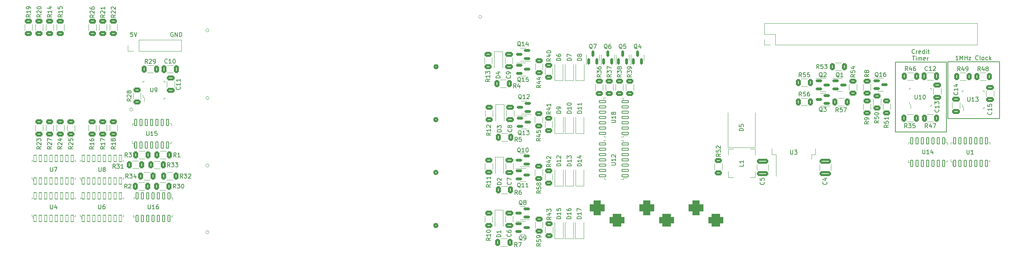
<source format=gto>
G04 #@! TF.GenerationSoftware,KiCad,Pcbnew,(6.0.6)*
G04 #@! TF.CreationDate,2023-06-19T20:01:57+09:30*
G04 #@! TF.ProjectId,RPi Arcade Hat V0-3,52506920-4172-4636-9164-652048617420,rev?*
G04 #@! TF.SameCoordinates,Original*
G04 #@! TF.FileFunction,Legend,Top*
G04 #@! TF.FilePolarity,Positive*
%FSLAX46Y46*%
G04 Gerber Fmt 4.6, Leading zero omitted, Abs format (unit mm)*
G04 Created by KiCad (PCBNEW (6.0.6)) date 2023-06-19 20:01:57*
%MOMM*%
%LPD*%
G01*
G04 APERTURE LIST*
G04 Aperture macros list*
%AMRoundRect*
0 Rectangle with rounded corners*
0 $1 Rounding radius*
0 $2 $3 $4 $5 $6 $7 $8 $9 X,Y pos of 4 corners*
0 Add a 4 corners polygon primitive as box body*
4,1,4,$2,$3,$4,$5,$6,$7,$8,$9,$2,$3,0*
0 Add four circle primitives for the rounded corners*
1,1,$1+$1,$2,$3*
1,1,$1+$1,$4,$5*
1,1,$1+$1,$6,$7*
1,1,$1+$1,$8,$9*
0 Add four rect primitives between the rounded corners*
20,1,$1+$1,$2,$3,$4,$5,0*
20,1,$1+$1,$4,$5,$6,$7,0*
20,1,$1+$1,$6,$7,$8,$9,0*
20,1,$1+$1,$8,$9,$2,$3,0*%
G04 Aperture macros list end*
%ADD10C,0.150000*%
%ADD11C,0.120000*%
%ADD12C,0.100000*%
%ADD13C,0.508000*%
%ADD14RoundRect,0.150000X0.587500X0.150000X-0.587500X0.150000X-0.587500X-0.150000X0.587500X-0.150000X0*%
%ADD15RoundRect,0.250000X-0.625000X0.312500X-0.625000X-0.312500X0.625000X-0.312500X0.625000X0.312500X0*%
%ADD16RoundRect,0.250000X0.625000X-0.312500X0.625000X0.312500X-0.625000X0.312500X-0.625000X-0.312500X0*%
%ADD17R,0.600000X2.000000*%
%ADD18R,1.200000X0.900000*%
%ADD19RoundRect,0.250000X-0.650000X0.325000X-0.650000X-0.325000X0.650000X-0.325000X0.650000X0.325000X0*%
%ADD20RoundRect,0.250000X0.312500X0.625000X-0.312500X0.625000X-0.312500X-0.625000X0.312500X-0.625000X0*%
%ADD21RoundRect,0.150000X-0.587500X-0.150000X0.587500X-0.150000X0.587500X0.150000X-0.587500X0.150000X0*%
%ADD22RoundRect,0.150000X0.150000X-0.587500X0.150000X0.587500X-0.150000X0.587500X-0.150000X-0.587500X0*%
%ADD23RoundRect,0.250000X-0.312500X-0.625000X0.312500X-0.625000X0.312500X0.625000X-0.312500X0.625000X0*%
%ADD24R,1.700000X1.700000*%
%ADD25O,1.700000X1.700000*%
%ADD26RoundRect,0.070000X-0.275000X-0.750000X0.275000X-0.750000X0.275000X0.750000X-0.275000X0.750000X0*%
%ADD27RoundRect,0.070000X-0.300000X-0.775000X0.300000X-0.775000X0.300000X0.775000X-0.300000X0.775000X0*%
%ADD28RoundRect,0.070000X0.275000X0.750000X-0.275000X0.750000X-0.275000X-0.750000X0.275000X-0.750000X0*%
%ADD29RoundRect,0.070000X0.750000X-0.275000X0.750000X0.275000X-0.750000X0.275000X-0.750000X-0.275000X0*%
%ADD30R,3.300000X2.500000*%
%ADD31RoundRect,0.250000X-0.325000X-0.650000X0.325000X-0.650000X0.325000X0.650000X-0.325000X0.650000X0*%
%ADD32R,1.100000X4.600000*%
%ADD33R,10.800000X9.400000*%
%ADD34RoundRect,0.250000X1.100000X-0.325000X1.100000X0.325000X-1.100000X0.325000X-1.100000X-0.325000X0*%
%ADD35R,5.700000X1.600000*%
%ADD36C,1.524000*%
%ADD37R,3.500000X3.500000*%
%ADD38RoundRect,0.750000X1.000000X-0.750000X1.000000X0.750000X-1.000000X0.750000X-1.000000X-0.750000X0*%
%ADD39RoundRect,0.875000X0.875000X-0.875000X0.875000X0.875000X-0.875000X0.875000X-0.875000X-0.875000X0*%
%ADD40C,2.032000*%
%ADD41C,1.270000*%
G04 APERTURE END LIST*
D10*
X252417400Y-85853800D02*
X264558600Y-85853800D01*
X264558600Y-85853800D02*
X264558600Y-102617800D01*
X264558600Y-102617800D02*
X252417400Y-102617800D01*
X252417400Y-102617800D02*
X252417400Y-85853800D01*
X264939600Y-85803000D02*
X277233200Y-85803000D01*
X277233200Y-85803000D02*
X277233200Y-99468200D01*
X277233200Y-99468200D02*
X264939600Y-99468200D01*
X264939600Y-99468200D02*
X264939600Y-85803000D01*
X267392742Y-85340980D02*
X266821314Y-85340980D01*
X267107028Y-85340980D02*
X267107028Y-84340980D01*
X267011790Y-84483838D01*
X266916552Y-84579076D01*
X266821314Y-84626695D01*
X267821314Y-85340980D02*
X267821314Y-84340980D01*
X268154647Y-85055266D01*
X268487980Y-84340980D01*
X268487980Y-85340980D01*
X268964171Y-85340980D02*
X268964171Y-84340980D01*
X268964171Y-84817171D02*
X269535600Y-84817171D01*
X269535600Y-85340980D02*
X269535600Y-84340980D01*
X269916552Y-84674314D02*
X270440361Y-84674314D01*
X269916552Y-85340980D01*
X270440361Y-85340980D01*
X272154647Y-85245742D02*
X272107028Y-85293361D01*
X271964171Y-85340980D01*
X271868933Y-85340980D01*
X271726076Y-85293361D01*
X271630838Y-85198123D01*
X271583219Y-85102885D01*
X271535600Y-84912409D01*
X271535600Y-84769552D01*
X271583219Y-84579076D01*
X271630838Y-84483838D01*
X271726076Y-84388600D01*
X271868933Y-84340980D01*
X271964171Y-84340980D01*
X272107028Y-84388600D01*
X272154647Y-84436219D01*
X272726076Y-85340980D02*
X272630838Y-85293361D01*
X272583219Y-85198123D01*
X272583219Y-84340980D01*
X273249885Y-85340980D02*
X273154647Y-85293361D01*
X273107028Y-85245742D01*
X273059409Y-85150504D01*
X273059409Y-84864790D01*
X273107028Y-84769552D01*
X273154647Y-84721933D01*
X273249885Y-84674314D01*
X273392742Y-84674314D01*
X273487980Y-84721933D01*
X273535600Y-84769552D01*
X273583219Y-84864790D01*
X273583219Y-85150504D01*
X273535600Y-85245742D01*
X273487980Y-85293361D01*
X273392742Y-85340980D01*
X273249885Y-85340980D01*
X274440361Y-85293361D02*
X274345123Y-85340980D01*
X274154647Y-85340980D01*
X274059409Y-85293361D01*
X274011790Y-85245742D01*
X273964171Y-85150504D01*
X273964171Y-84864790D01*
X274011790Y-84769552D01*
X274059409Y-84721933D01*
X274154647Y-84674314D01*
X274345123Y-84674314D01*
X274440361Y-84721933D01*
X274868933Y-85340980D02*
X274868933Y-84340980D01*
X274964171Y-84960028D02*
X275249885Y-85340980D01*
X275249885Y-84674314D02*
X274868933Y-85055266D01*
X256956238Y-83729542D02*
X256908619Y-83777161D01*
X256765761Y-83824780D01*
X256670523Y-83824780D01*
X256527666Y-83777161D01*
X256432428Y-83681923D01*
X256384809Y-83586685D01*
X256337190Y-83396209D01*
X256337190Y-83253352D01*
X256384809Y-83062876D01*
X256432428Y-82967638D01*
X256527666Y-82872400D01*
X256670523Y-82824780D01*
X256765761Y-82824780D01*
X256908619Y-82872400D01*
X256956238Y-82920019D01*
X257384809Y-83824780D02*
X257384809Y-83158114D01*
X257384809Y-83348590D02*
X257432428Y-83253352D01*
X257480047Y-83205733D01*
X257575285Y-83158114D01*
X257670523Y-83158114D01*
X258384809Y-83777161D02*
X258289571Y-83824780D01*
X258099095Y-83824780D01*
X258003857Y-83777161D01*
X257956238Y-83681923D01*
X257956238Y-83300971D01*
X258003857Y-83205733D01*
X258099095Y-83158114D01*
X258289571Y-83158114D01*
X258384809Y-83205733D01*
X258432428Y-83300971D01*
X258432428Y-83396209D01*
X257956238Y-83491447D01*
X259289571Y-83824780D02*
X259289571Y-82824780D01*
X259289571Y-83777161D02*
X259194333Y-83824780D01*
X259003857Y-83824780D01*
X258908619Y-83777161D01*
X258861000Y-83729542D01*
X258813380Y-83634304D01*
X258813380Y-83348590D01*
X258861000Y-83253352D01*
X258908619Y-83205733D01*
X259003857Y-83158114D01*
X259194333Y-83158114D01*
X259289571Y-83205733D01*
X259765761Y-83824780D02*
X259765761Y-83158114D01*
X259765761Y-82824780D02*
X259718142Y-82872400D01*
X259765761Y-82920019D01*
X259813380Y-82872400D01*
X259765761Y-82824780D01*
X259765761Y-82920019D01*
X260099095Y-83158114D02*
X260480047Y-83158114D01*
X260241952Y-82824780D02*
X260241952Y-83681923D01*
X260289571Y-83777161D01*
X260384809Y-83824780D01*
X260480047Y-83824780D01*
X256432428Y-84434780D02*
X257003857Y-84434780D01*
X256718142Y-85434780D02*
X256718142Y-84434780D01*
X257337190Y-85434780D02*
X257337190Y-84768114D01*
X257337190Y-84434780D02*
X257289571Y-84482400D01*
X257337190Y-84530019D01*
X257384809Y-84482400D01*
X257337190Y-84434780D01*
X257337190Y-84530019D01*
X257813380Y-85434780D02*
X257813380Y-84768114D01*
X257813380Y-84863352D02*
X257861000Y-84815733D01*
X257956238Y-84768114D01*
X258099095Y-84768114D01*
X258194333Y-84815733D01*
X258241952Y-84910971D01*
X258241952Y-85434780D01*
X258241952Y-84910971D02*
X258289571Y-84815733D01*
X258384809Y-84768114D01*
X258527666Y-84768114D01*
X258622904Y-84815733D01*
X258670523Y-84910971D01*
X258670523Y-85434780D01*
X259527666Y-85387161D02*
X259432428Y-85434780D01*
X259241952Y-85434780D01*
X259146714Y-85387161D01*
X259099095Y-85291923D01*
X259099095Y-84910971D01*
X259146714Y-84815733D01*
X259241952Y-84768114D01*
X259432428Y-84768114D01*
X259527666Y-84815733D01*
X259575285Y-84910971D01*
X259575285Y-85006209D01*
X259099095Y-85101447D01*
X260003857Y-85434780D02*
X260003857Y-84768114D01*
X260003857Y-84958590D02*
X260051476Y-84863352D01*
X260099095Y-84815733D01*
X260194333Y-84768114D01*
X260289571Y-84768114D01*
X79705295Y-78798800D02*
X79610057Y-78751180D01*
X79467200Y-78751180D01*
X79324342Y-78798800D01*
X79229104Y-78894038D01*
X79181485Y-78989276D01*
X79133866Y-79179752D01*
X79133866Y-79322609D01*
X79181485Y-79513085D01*
X79229104Y-79608323D01*
X79324342Y-79703561D01*
X79467200Y-79751180D01*
X79562438Y-79751180D01*
X79705295Y-79703561D01*
X79752914Y-79655942D01*
X79752914Y-79322609D01*
X79562438Y-79322609D01*
X80181485Y-79751180D02*
X80181485Y-78751180D01*
X80752914Y-79751180D01*
X80752914Y-78751180D01*
X81229104Y-79751180D02*
X81229104Y-78751180D01*
X81467200Y-78751180D01*
X81610057Y-78798800D01*
X81705295Y-78894038D01*
X81752914Y-78989276D01*
X81800533Y-79179752D01*
X81800533Y-79322609D01*
X81752914Y-79513085D01*
X81705295Y-79608323D01*
X81610057Y-79703561D01*
X81467200Y-79751180D01*
X81229104Y-79751180D01*
X70065923Y-78751180D02*
X69589733Y-78751180D01*
X69542114Y-79227371D01*
X69589733Y-79179752D01*
X69684971Y-79132133D01*
X69923066Y-79132133D01*
X70018304Y-79179752D01*
X70065923Y-79227371D01*
X70113542Y-79322609D01*
X70113542Y-79560704D01*
X70065923Y-79655942D01*
X70018304Y-79703561D01*
X69923066Y-79751180D01*
X69684971Y-79751180D01*
X69589733Y-79703561D01*
X69542114Y-79655942D01*
X70399257Y-78751180D02*
X70732590Y-79751180D01*
X71065923Y-78751180D01*
X163175961Y-120156419D02*
X163080723Y-120108800D01*
X162985485Y-120013561D01*
X162842628Y-119870704D01*
X162747390Y-119823085D01*
X162652152Y-119823085D01*
X162699771Y-120061180D02*
X162604533Y-120013561D01*
X162509295Y-119918323D01*
X162461676Y-119727847D01*
X162461676Y-119394514D01*
X162509295Y-119204038D01*
X162604533Y-119108800D01*
X162699771Y-119061180D01*
X162890247Y-119061180D01*
X162985485Y-119108800D01*
X163080723Y-119204038D01*
X163128342Y-119394514D01*
X163128342Y-119727847D01*
X163080723Y-119918323D01*
X162985485Y-120013561D01*
X162890247Y-120061180D01*
X162699771Y-120061180D01*
X163699771Y-119489752D02*
X163604533Y-119442133D01*
X163556914Y-119394514D01*
X163509295Y-119299276D01*
X163509295Y-119251657D01*
X163556914Y-119156419D01*
X163604533Y-119108800D01*
X163699771Y-119061180D01*
X163890247Y-119061180D01*
X163985485Y-119108800D01*
X164033104Y-119156419D01*
X164080723Y-119251657D01*
X164080723Y-119299276D01*
X164033104Y-119394514D01*
X163985485Y-119442133D01*
X163890247Y-119489752D01*
X163699771Y-119489752D01*
X163604533Y-119537371D01*
X163556914Y-119584990D01*
X163509295Y-119680228D01*
X163509295Y-119870704D01*
X163556914Y-119965942D01*
X163604533Y-120013561D01*
X163699771Y-120061180D01*
X163890247Y-120061180D01*
X163985485Y-120013561D01*
X164033104Y-119965942D01*
X164080723Y-119870704D01*
X164080723Y-119680228D01*
X164033104Y-119584990D01*
X163985485Y-119537371D01*
X163890247Y-119489752D01*
X162750571Y-107558019D02*
X162655333Y-107510400D01*
X162560095Y-107415161D01*
X162417238Y-107272304D01*
X162322000Y-107224685D01*
X162226761Y-107224685D01*
X162274380Y-107462780D02*
X162179142Y-107415161D01*
X162083904Y-107319923D01*
X162036285Y-107129447D01*
X162036285Y-106796114D01*
X162083904Y-106605638D01*
X162179142Y-106510400D01*
X162274380Y-106462780D01*
X162464857Y-106462780D01*
X162560095Y-106510400D01*
X162655333Y-106605638D01*
X162702952Y-106796114D01*
X162702952Y-107129447D01*
X162655333Y-107319923D01*
X162560095Y-107415161D01*
X162464857Y-107462780D01*
X162274380Y-107462780D01*
X163655333Y-107462780D02*
X163083904Y-107462780D01*
X163369619Y-107462780D02*
X163369619Y-106462780D01*
X163274380Y-106605638D01*
X163179142Y-106700876D01*
X163083904Y-106748495D01*
X164274380Y-106462780D02*
X164369619Y-106462780D01*
X164464857Y-106510400D01*
X164512476Y-106558019D01*
X164560095Y-106653257D01*
X164607714Y-106843733D01*
X164607714Y-107081828D01*
X164560095Y-107272304D01*
X164512476Y-107367542D01*
X164464857Y-107415161D01*
X164369619Y-107462780D01*
X164274380Y-107462780D01*
X164179142Y-107415161D01*
X164131523Y-107367542D01*
X164083904Y-107272304D01*
X164036285Y-107081828D01*
X164036285Y-106843733D01*
X164083904Y-106653257D01*
X164131523Y-106558019D01*
X164179142Y-106510400D01*
X164274380Y-106462780D01*
X167584380Y-104188157D02*
X167108190Y-104521490D01*
X167584380Y-104759585D02*
X166584380Y-104759585D01*
X166584380Y-104378633D01*
X166632000Y-104283395D01*
X166679619Y-104235776D01*
X166774857Y-104188157D01*
X166917714Y-104188157D01*
X167012952Y-104235776D01*
X167060571Y-104283395D01*
X167108190Y-104378633D01*
X167108190Y-104759585D01*
X166917714Y-103331014D02*
X167584380Y-103331014D01*
X166536761Y-103569109D02*
X167251047Y-103807204D01*
X167251047Y-103188157D01*
X166584380Y-102331014D02*
X166584380Y-102807204D01*
X167060571Y-102854823D01*
X167012952Y-102807204D01*
X166965333Y-102711966D01*
X166965333Y-102473871D01*
X167012952Y-102378633D01*
X167060571Y-102331014D01*
X167155809Y-102283395D01*
X167393904Y-102283395D01*
X167489142Y-102331014D01*
X167536761Y-102378633D01*
X167584380Y-102473871D01*
X167584380Y-102711966D01*
X167536761Y-102807204D01*
X167489142Y-102854823D01*
X69699980Y-94644707D02*
X69223790Y-94978040D01*
X69699980Y-95216135D02*
X68699980Y-95216135D01*
X68699980Y-94835183D01*
X68747600Y-94739945D01*
X68795219Y-94692326D01*
X68890457Y-94644707D01*
X69033314Y-94644707D01*
X69128552Y-94692326D01*
X69176171Y-94739945D01*
X69223790Y-94835183D01*
X69223790Y-95216135D01*
X68795219Y-94263754D02*
X68747600Y-94216135D01*
X68699980Y-94120897D01*
X68699980Y-93882802D01*
X68747600Y-93787564D01*
X68795219Y-93739945D01*
X68890457Y-93692326D01*
X68985695Y-93692326D01*
X69128552Y-93739945D01*
X69699980Y-94311373D01*
X69699980Y-93692326D01*
X69128552Y-93120897D02*
X69080933Y-93216135D01*
X69033314Y-93263754D01*
X68938076Y-93311373D01*
X68890457Y-93311373D01*
X68795219Y-93263754D01*
X68747600Y-93216135D01*
X68699980Y-93120897D01*
X68699980Y-92930421D01*
X68747600Y-92835183D01*
X68795219Y-92787564D01*
X68890457Y-92739945D01*
X68938076Y-92739945D01*
X69033314Y-92787564D01*
X69080933Y-92835183D01*
X69128552Y-92930421D01*
X69128552Y-93120897D01*
X69176171Y-93216135D01*
X69223790Y-93263754D01*
X69319028Y-93311373D01*
X69509504Y-93311373D01*
X69604742Y-93263754D01*
X69652361Y-93216135D01*
X69699980Y-93120897D01*
X69699980Y-92930421D01*
X69652361Y-92835183D01*
X69604742Y-92787564D01*
X69509504Y-92739945D01*
X69319028Y-92739945D01*
X69223790Y-92787564D01*
X69176171Y-92835183D01*
X69128552Y-92930421D01*
X257021304Y-93738980D02*
X257021304Y-94548504D01*
X257068923Y-94643742D01*
X257116542Y-94691361D01*
X257211780Y-94738980D01*
X257402257Y-94738980D01*
X257497495Y-94691361D01*
X257545114Y-94643742D01*
X257592733Y-94548504D01*
X257592733Y-93738980D01*
X258592733Y-94738980D02*
X258021304Y-94738980D01*
X258307019Y-94738980D02*
X258307019Y-93738980D01*
X258211780Y-93881838D01*
X258116542Y-93977076D01*
X258021304Y-94024695D01*
X259211780Y-93738980D02*
X259307019Y-93738980D01*
X259402257Y-93786600D01*
X259449876Y-93834219D01*
X259497495Y-93929457D01*
X259545114Y-94119933D01*
X259545114Y-94358028D01*
X259497495Y-94548504D01*
X259449876Y-94643742D01*
X259402257Y-94691361D01*
X259307019Y-94738980D01*
X259211780Y-94738980D01*
X259116542Y-94691361D01*
X259068923Y-94643742D01*
X259021304Y-94548504D01*
X258973685Y-94358028D01*
X258973685Y-94119933D01*
X259021304Y-93929457D01*
X259068923Y-93834219D01*
X259116542Y-93786600D01*
X259211780Y-93738980D01*
X172359580Y-85487395D02*
X171359580Y-85487395D01*
X171359580Y-85249300D01*
X171407200Y-85106442D01*
X171502438Y-85011204D01*
X171597676Y-84963585D01*
X171788152Y-84915966D01*
X171931009Y-84915966D01*
X172121485Y-84963585D01*
X172216723Y-85011204D01*
X172311961Y-85106442D01*
X172359580Y-85249300D01*
X172359580Y-85487395D01*
X171359580Y-84058823D02*
X171359580Y-84249300D01*
X171407200Y-84344538D01*
X171454819Y-84392157D01*
X171597676Y-84487395D01*
X171788152Y-84535014D01*
X172169104Y-84535014D01*
X172264342Y-84487395D01*
X172311961Y-84439776D01*
X172359580Y-84344538D01*
X172359580Y-84154061D01*
X172311961Y-84058823D01*
X172264342Y-84011204D01*
X172169104Y-83963585D01*
X171931009Y-83963585D01*
X171835771Y-84011204D01*
X171788152Y-84058823D01*
X171740533Y-84154061D01*
X171740533Y-84344538D01*
X171788152Y-84439776D01*
X171835771Y-84487395D01*
X171931009Y-84535014D01*
X267227142Y-93100657D02*
X267274761Y-93148276D01*
X267322380Y-93291133D01*
X267322380Y-93386371D01*
X267274761Y-93529228D01*
X267179523Y-93624466D01*
X267084285Y-93672085D01*
X266893809Y-93719704D01*
X266750952Y-93719704D01*
X266560476Y-93672085D01*
X266465238Y-93624466D01*
X266370000Y-93529228D01*
X266322380Y-93386371D01*
X266322380Y-93291133D01*
X266370000Y-93148276D01*
X266417619Y-93100657D01*
X267322380Y-92148276D02*
X267322380Y-92719704D01*
X267322380Y-92433990D02*
X266322380Y-92433990D01*
X266465238Y-92529228D01*
X266560476Y-92624466D01*
X266608095Y-92719704D01*
X266655714Y-91291133D02*
X267322380Y-91291133D01*
X266274761Y-91529228D02*
X266989047Y-91767323D01*
X266989047Y-91148276D01*
X68811233Y-108625630D02*
X68477900Y-108149440D01*
X68239804Y-108625630D02*
X68239804Y-107625630D01*
X68620757Y-107625630D01*
X68715995Y-107673250D01*
X68763614Y-107720869D01*
X68811233Y-107816107D01*
X68811233Y-107958964D01*
X68763614Y-108054202D01*
X68715995Y-108101821D01*
X68620757Y-108149440D01*
X68239804Y-108149440D01*
X69144566Y-107625630D02*
X69763614Y-107625630D01*
X69430280Y-108006583D01*
X69573138Y-108006583D01*
X69668376Y-108054202D01*
X69715995Y-108101821D01*
X69763614Y-108197059D01*
X69763614Y-108435154D01*
X69715995Y-108530392D01*
X69668376Y-108578011D01*
X69573138Y-108625630D01*
X69287423Y-108625630D01*
X69192185Y-108578011D01*
X69144566Y-108530392D01*
X174899580Y-85487395D02*
X173899580Y-85487395D01*
X173899580Y-85249300D01*
X173947200Y-85106442D01*
X174042438Y-85011204D01*
X174137676Y-84963585D01*
X174328152Y-84915966D01*
X174471009Y-84915966D01*
X174661485Y-84963585D01*
X174756723Y-85011204D01*
X174851961Y-85106442D01*
X174899580Y-85249300D01*
X174899580Y-85487395D01*
X173899580Y-84582633D02*
X173899580Y-83915966D01*
X174899580Y-84344538D01*
X172410380Y-110815485D02*
X171410380Y-110815485D01*
X171410380Y-110577390D01*
X171458000Y-110434533D01*
X171553238Y-110339295D01*
X171648476Y-110291676D01*
X171838952Y-110244057D01*
X171981809Y-110244057D01*
X172172285Y-110291676D01*
X172267523Y-110339295D01*
X172362761Y-110434533D01*
X172410380Y-110577390D01*
X172410380Y-110815485D01*
X172410380Y-109291676D02*
X172410380Y-109863104D01*
X172410380Y-109577390D02*
X171410380Y-109577390D01*
X171553238Y-109672628D01*
X171648476Y-109767866D01*
X171696095Y-109863104D01*
X171505619Y-108910723D02*
X171458000Y-108863104D01*
X171410380Y-108767866D01*
X171410380Y-108529771D01*
X171458000Y-108434533D01*
X171505619Y-108386914D01*
X171600857Y-108339295D01*
X171696095Y-108339295D01*
X171838952Y-108386914D01*
X172410380Y-108958342D01*
X172410380Y-108339295D01*
X170022780Y-85036557D02*
X169546590Y-85369890D01*
X170022780Y-85607985D02*
X169022780Y-85607985D01*
X169022780Y-85227033D01*
X169070400Y-85131795D01*
X169118019Y-85084176D01*
X169213257Y-85036557D01*
X169356114Y-85036557D01*
X169451352Y-85084176D01*
X169498971Y-85131795D01*
X169546590Y-85227033D01*
X169546590Y-85607985D01*
X169356114Y-84179414D02*
X170022780Y-84179414D01*
X168975161Y-84417509D02*
X169689447Y-84655604D01*
X169689447Y-84036557D01*
X169022780Y-83465128D02*
X169022780Y-83369890D01*
X169070400Y-83274652D01*
X169118019Y-83227033D01*
X169213257Y-83179414D01*
X169403733Y-83131795D01*
X169641828Y-83131795D01*
X169832304Y-83179414D01*
X169927542Y-83227033D01*
X169975161Y-83274652D01*
X170022780Y-83369890D01*
X170022780Y-83465128D01*
X169975161Y-83560366D01*
X169927542Y-83607985D01*
X169832304Y-83655604D01*
X169641828Y-83703223D01*
X169403733Y-83703223D01*
X169213257Y-83655604D01*
X169118019Y-83607985D01*
X169070400Y-83560366D01*
X169022780Y-83465128D01*
X163175961Y-128640019D02*
X163080723Y-128592400D01*
X162985485Y-128497161D01*
X162842628Y-128354304D01*
X162747390Y-128306685D01*
X162652152Y-128306685D01*
X162699771Y-128544780D02*
X162604533Y-128497161D01*
X162509295Y-128401923D01*
X162461676Y-128211447D01*
X162461676Y-127878114D01*
X162509295Y-127687638D01*
X162604533Y-127592400D01*
X162699771Y-127544780D01*
X162890247Y-127544780D01*
X162985485Y-127592400D01*
X163080723Y-127687638D01*
X163128342Y-127878114D01*
X163128342Y-128211447D01*
X163080723Y-128401923D01*
X162985485Y-128497161D01*
X162890247Y-128544780D01*
X162699771Y-128544780D01*
X163604533Y-128544780D02*
X163795009Y-128544780D01*
X163890247Y-128497161D01*
X163937866Y-128449542D01*
X164033104Y-128306685D01*
X164080723Y-128116209D01*
X164080723Y-127735257D01*
X164033104Y-127640019D01*
X163985485Y-127592400D01*
X163890247Y-127544780D01*
X163699771Y-127544780D01*
X163604533Y-127592400D01*
X163556914Y-127640019D01*
X163509295Y-127735257D01*
X163509295Y-127973352D01*
X163556914Y-128068590D01*
X163604533Y-128116209D01*
X163699771Y-128163828D01*
X163890247Y-128163828D01*
X163985485Y-128116209D01*
X164033104Y-128068590D01*
X164080723Y-127973352D01*
X160275542Y-89143066D02*
X160323161Y-89190685D01*
X160370780Y-89333542D01*
X160370780Y-89428780D01*
X160323161Y-89571638D01*
X160227923Y-89666876D01*
X160132685Y-89714495D01*
X159942209Y-89762114D01*
X159799352Y-89762114D01*
X159608876Y-89714495D01*
X159513638Y-89666876D01*
X159418400Y-89571638D01*
X159370780Y-89428780D01*
X159370780Y-89333542D01*
X159418400Y-89190685D01*
X159466019Y-89143066D01*
X160370780Y-88666876D02*
X160370780Y-88476400D01*
X160323161Y-88381161D01*
X160275542Y-88333542D01*
X160132685Y-88238304D01*
X159942209Y-88190685D01*
X159561257Y-88190685D01*
X159466019Y-88238304D01*
X159418400Y-88285923D01*
X159370780Y-88381161D01*
X159370780Y-88571638D01*
X159418400Y-88666876D01*
X159466019Y-88714495D01*
X159561257Y-88762114D01*
X159799352Y-88762114D01*
X159894590Y-88714495D01*
X159942209Y-88666876D01*
X159989828Y-88571638D01*
X159989828Y-88381161D01*
X159942209Y-88285923D01*
X159894590Y-88238304D01*
X159799352Y-88190685D01*
X80444433Y-108625630D02*
X80111100Y-108149440D01*
X79873004Y-108625630D02*
X79873004Y-107625630D01*
X80253957Y-107625630D01*
X80349195Y-107673250D01*
X80396814Y-107720869D01*
X80444433Y-107816107D01*
X80444433Y-107958964D01*
X80396814Y-108054202D01*
X80349195Y-108101821D01*
X80253957Y-108149440D01*
X79873004Y-108149440D01*
X81396814Y-108625630D02*
X80825385Y-108625630D01*
X81111100Y-108625630D02*
X81111100Y-107625630D01*
X81015861Y-107768488D01*
X80920623Y-107863726D01*
X80825385Y-107911345D01*
X179939961Y-82691219D02*
X179844723Y-82643600D01*
X179749485Y-82548361D01*
X179606628Y-82405504D01*
X179511390Y-82357885D01*
X179416152Y-82357885D01*
X179463771Y-82595980D02*
X179368533Y-82548361D01*
X179273295Y-82453123D01*
X179225676Y-82262647D01*
X179225676Y-81929314D01*
X179273295Y-81738838D01*
X179368533Y-81643600D01*
X179463771Y-81595980D01*
X179654247Y-81595980D01*
X179749485Y-81643600D01*
X179844723Y-81738838D01*
X179892342Y-81929314D01*
X179892342Y-82262647D01*
X179844723Y-82453123D01*
X179749485Y-82548361D01*
X179654247Y-82595980D01*
X179463771Y-82595980D01*
X180225676Y-81595980D02*
X180892342Y-81595980D01*
X180463771Y-82595980D01*
X174848780Y-123464685D02*
X173848780Y-123464685D01*
X173848780Y-123226590D01*
X173896400Y-123083733D01*
X173991638Y-122988495D01*
X174086876Y-122940876D01*
X174277352Y-122893257D01*
X174420209Y-122893257D01*
X174610685Y-122940876D01*
X174705923Y-122988495D01*
X174801161Y-123083733D01*
X174848780Y-123226590D01*
X174848780Y-123464685D01*
X174848780Y-121940876D02*
X174848780Y-122512304D01*
X174848780Y-122226590D02*
X173848780Y-122226590D01*
X173991638Y-122321828D01*
X174086876Y-122417066D01*
X174134495Y-122512304D01*
X173848780Y-121083733D02*
X173848780Y-121274209D01*
X173896400Y-121369447D01*
X173944019Y-121417066D01*
X174086876Y-121512304D01*
X174277352Y-121559923D01*
X174658304Y-121559923D01*
X174753542Y-121512304D01*
X174801161Y-121464685D01*
X174848780Y-121369447D01*
X174848780Y-121178971D01*
X174801161Y-121083733D01*
X174753542Y-121036114D01*
X174658304Y-120988495D01*
X174420209Y-120988495D01*
X174324971Y-121036114D01*
X174277352Y-121083733D01*
X174229733Y-121178971D01*
X174229733Y-121369447D01*
X174277352Y-121464685D01*
X174324971Y-121512304D01*
X174420209Y-121559923D01*
X186888380Y-88882457D02*
X186412190Y-89215790D01*
X186888380Y-89453885D02*
X185888380Y-89453885D01*
X185888380Y-89072933D01*
X185936000Y-88977695D01*
X185983619Y-88930076D01*
X186078857Y-88882457D01*
X186221714Y-88882457D01*
X186316952Y-88930076D01*
X186364571Y-88977695D01*
X186412190Y-89072933D01*
X186412190Y-89453885D01*
X185888380Y-88549123D02*
X185888380Y-87930076D01*
X186269333Y-88263409D01*
X186269333Y-88120552D01*
X186316952Y-88025314D01*
X186364571Y-87977695D01*
X186459809Y-87930076D01*
X186697904Y-87930076D01*
X186793142Y-87977695D01*
X186840761Y-88025314D01*
X186888380Y-88120552D01*
X186888380Y-88406266D01*
X186840761Y-88501504D01*
X186793142Y-88549123D01*
X186316952Y-87358647D02*
X186269333Y-87453885D01*
X186221714Y-87501504D01*
X186126476Y-87549123D01*
X186078857Y-87549123D01*
X185983619Y-87501504D01*
X185936000Y-87453885D01*
X185888380Y-87358647D01*
X185888380Y-87168171D01*
X185936000Y-87072933D01*
X185983619Y-87025314D01*
X186078857Y-86977695D01*
X186126476Y-86977695D01*
X186221714Y-87025314D01*
X186269333Y-87072933D01*
X186316952Y-87168171D01*
X186316952Y-87358647D01*
X186364571Y-87453885D01*
X186412190Y-87501504D01*
X186507428Y-87549123D01*
X186697904Y-87549123D01*
X186793142Y-87501504D01*
X186840761Y-87453885D01*
X186888380Y-87358647D01*
X186888380Y-87168171D01*
X186840761Y-87072933D01*
X186793142Y-87025314D01*
X186697904Y-86977695D01*
X186507428Y-86977695D01*
X186412190Y-87025314D01*
X186364571Y-87072933D01*
X186316952Y-87168171D01*
X242717580Y-88831657D02*
X242241390Y-89164990D01*
X242717580Y-89403085D02*
X241717580Y-89403085D01*
X241717580Y-89022133D01*
X241765200Y-88926895D01*
X241812819Y-88879276D01*
X241908057Y-88831657D01*
X242050914Y-88831657D01*
X242146152Y-88879276D01*
X242193771Y-88926895D01*
X242241390Y-89022133D01*
X242241390Y-89403085D01*
X241717580Y-87926895D02*
X241717580Y-88403085D01*
X242193771Y-88450704D01*
X242146152Y-88403085D01*
X242098533Y-88307847D01*
X242098533Y-88069752D01*
X242146152Y-87974514D01*
X242193771Y-87926895D01*
X242289009Y-87879276D01*
X242527104Y-87879276D01*
X242622342Y-87926895D01*
X242669961Y-87974514D01*
X242717580Y-88069752D01*
X242717580Y-88307847D01*
X242669961Y-88403085D01*
X242622342Y-88450704D01*
X242050914Y-87022133D02*
X242717580Y-87022133D01*
X241669961Y-87260228D02*
X242384247Y-87498323D01*
X242384247Y-86879276D01*
X68984742Y-113705630D02*
X68651409Y-113229440D01*
X68413314Y-113705630D02*
X68413314Y-112705630D01*
X68794266Y-112705630D01*
X68889504Y-112753250D01*
X68937123Y-112800869D01*
X68984742Y-112896107D01*
X68984742Y-113038964D01*
X68937123Y-113134202D01*
X68889504Y-113181821D01*
X68794266Y-113229440D01*
X68413314Y-113229440D01*
X69318076Y-112705630D02*
X69937123Y-112705630D01*
X69603790Y-113086583D01*
X69746647Y-113086583D01*
X69841885Y-113134202D01*
X69889504Y-113181821D01*
X69937123Y-113277059D01*
X69937123Y-113515154D01*
X69889504Y-113610392D01*
X69841885Y-113658011D01*
X69746647Y-113705630D01*
X69460933Y-113705630D01*
X69365695Y-113658011D01*
X69318076Y-113610392D01*
X70794266Y-113038964D02*
X70794266Y-113705630D01*
X70556171Y-112658011D02*
X70318076Y-113372297D01*
X70937123Y-113372297D01*
X250702380Y-100972857D02*
X250226190Y-101306190D01*
X250702380Y-101544285D02*
X249702380Y-101544285D01*
X249702380Y-101163333D01*
X249750000Y-101068095D01*
X249797619Y-101020476D01*
X249892857Y-100972857D01*
X250035714Y-100972857D01*
X250130952Y-101020476D01*
X250178571Y-101068095D01*
X250226190Y-101163333D01*
X250226190Y-101544285D01*
X249702380Y-100068095D02*
X249702380Y-100544285D01*
X250178571Y-100591904D01*
X250130952Y-100544285D01*
X250083333Y-100449047D01*
X250083333Y-100210952D01*
X250130952Y-100115714D01*
X250178571Y-100068095D01*
X250273809Y-100020476D01*
X250511904Y-100020476D01*
X250607142Y-100068095D01*
X250654761Y-100115714D01*
X250702380Y-100210952D01*
X250702380Y-100449047D01*
X250654761Y-100544285D01*
X250607142Y-100591904D01*
X250702380Y-99068095D02*
X250702380Y-99639523D01*
X250702380Y-99353809D02*
X249702380Y-99353809D01*
X249845238Y-99449047D01*
X249940476Y-99544285D01*
X249988095Y-99639523D01*
X53163580Y-106123707D02*
X52687390Y-106457040D01*
X53163580Y-106695135D02*
X52163580Y-106695135D01*
X52163580Y-106314183D01*
X52211200Y-106218945D01*
X52258819Y-106171326D01*
X52354057Y-106123707D01*
X52496914Y-106123707D01*
X52592152Y-106171326D01*
X52639771Y-106218945D01*
X52687390Y-106314183D01*
X52687390Y-106695135D01*
X52258819Y-105742754D02*
X52211200Y-105695135D01*
X52163580Y-105599897D01*
X52163580Y-105361802D01*
X52211200Y-105266564D01*
X52258819Y-105218945D01*
X52354057Y-105171326D01*
X52449295Y-105171326D01*
X52592152Y-105218945D01*
X53163580Y-105790373D01*
X53163580Y-105171326D01*
X52496914Y-104314183D02*
X53163580Y-104314183D01*
X52115961Y-104552278D02*
X52830247Y-104790373D01*
X52830247Y-104171326D01*
X275304342Y-97875857D02*
X275351961Y-97923476D01*
X275399580Y-98066333D01*
X275399580Y-98161571D01*
X275351961Y-98304428D01*
X275256723Y-98399666D01*
X275161485Y-98447285D01*
X274971009Y-98494904D01*
X274828152Y-98494904D01*
X274637676Y-98447285D01*
X274542438Y-98399666D01*
X274447200Y-98304428D01*
X274399580Y-98161571D01*
X274399580Y-98066333D01*
X274447200Y-97923476D01*
X274494819Y-97875857D01*
X275399580Y-96923476D02*
X275399580Y-97494904D01*
X275399580Y-97209190D02*
X274399580Y-97209190D01*
X274542438Y-97304428D01*
X274637676Y-97399666D01*
X274685295Y-97494904D01*
X274399580Y-96018714D02*
X274399580Y-96494904D01*
X274875771Y-96542523D01*
X274828152Y-96494904D01*
X274780533Y-96399666D01*
X274780533Y-96161571D01*
X274828152Y-96066333D01*
X274875771Y-96018714D01*
X274971009Y-95971095D01*
X275209104Y-95971095D01*
X275304342Y-96018714D01*
X275351961Y-96066333D01*
X275399580Y-96161571D01*
X275399580Y-96399666D01*
X275351961Y-96494904D01*
X275304342Y-96542523D01*
X162037733Y-104922780D02*
X161704400Y-104446590D01*
X161466304Y-104922780D02*
X161466304Y-103922780D01*
X161847257Y-103922780D01*
X161942495Y-103970400D01*
X161990114Y-104018019D01*
X162037733Y-104113257D01*
X162037733Y-104256114D01*
X161990114Y-104351352D01*
X161942495Y-104398971D01*
X161847257Y-104446590D01*
X161466304Y-104446590D01*
X162942495Y-103922780D02*
X162466304Y-103922780D01*
X162418685Y-104398971D01*
X162466304Y-104351352D01*
X162561542Y-104303733D01*
X162799638Y-104303733D01*
X162894876Y-104351352D01*
X162942495Y-104398971D01*
X162990114Y-104494209D01*
X162990114Y-104732304D01*
X162942495Y-104827542D01*
X162894876Y-104875161D01*
X162799638Y-104922780D01*
X162561542Y-104922780D01*
X162466304Y-104875161D01*
X162418685Y-104827542D01*
X248256171Y-89435219D02*
X248160933Y-89387600D01*
X248065695Y-89292361D01*
X247922838Y-89149504D01*
X247827600Y-89101885D01*
X247732361Y-89101885D01*
X247779980Y-89339980D02*
X247684742Y-89292361D01*
X247589504Y-89197123D01*
X247541885Y-89006647D01*
X247541885Y-88673314D01*
X247589504Y-88482838D01*
X247684742Y-88387600D01*
X247779980Y-88339980D01*
X247970457Y-88339980D01*
X248065695Y-88387600D01*
X248160933Y-88482838D01*
X248208552Y-88673314D01*
X248208552Y-89006647D01*
X248160933Y-89197123D01*
X248065695Y-89292361D01*
X247970457Y-89339980D01*
X247779980Y-89339980D01*
X249160933Y-89339980D02*
X248589504Y-89339980D01*
X248875219Y-89339980D02*
X248875219Y-88339980D01*
X248779980Y-88482838D01*
X248684742Y-88578076D01*
X248589504Y-88625695D01*
X250018076Y-88339980D02*
X249827600Y-88339980D01*
X249732361Y-88387600D01*
X249684742Y-88435219D01*
X249589504Y-88578076D01*
X249541885Y-88768552D01*
X249541885Y-89149504D01*
X249589504Y-89244742D01*
X249637123Y-89292361D01*
X249732361Y-89339980D01*
X249922838Y-89339980D01*
X250018076Y-89292361D01*
X250065695Y-89244742D01*
X250113314Y-89149504D01*
X250113314Y-88911409D01*
X250065695Y-88816171D01*
X250018076Y-88768552D01*
X249922838Y-88720933D01*
X249732361Y-88720933D01*
X249637123Y-88768552D01*
X249589504Y-88816171D01*
X249541885Y-88911409D01*
X163004571Y-94756419D02*
X162909333Y-94708800D01*
X162814095Y-94613561D01*
X162671238Y-94470704D01*
X162576000Y-94423085D01*
X162480761Y-94423085D01*
X162528380Y-94661180D02*
X162433142Y-94613561D01*
X162337904Y-94518323D01*
X162290285Y-94327847D01*
X162290285Y-93994514D01*
X162337904Y-93804038D01*
X162433142Y-93708800D01*
X162528380Y-93661180D01*
X162718857Y-93661180D01*
X162814095Y-93708800D01*
X162909333Y-93804038D01*
X162956952Y-93994514D01*
X162956952Y-94327847D01*
X162909333Y-94518323D01*
X162814095Y-94613561D01*
X162718857Y-94661180D01*
X162528380Y-94661180D01*
X163909333Y-94661180D02*
X163337904Y-94661180D01*
X163623619Y-94661180D02*
X163623619Y-93661180D01*
X163528380Y-93804038D01*
X163433142Y-93899276D01*
X163337904Y-93946895D01*
X164290285Y-93756419D02*
X164337904Y-93708800D01*
X164433142Y-93661180D01*
X164671238Y-93661180D01*
X164766476Y-93708800D01*
X164814095Y-93756419D01*
X164861714Y-93851657D01*
X164861714Y-93946895D01*
X164814095Y-94089752D01*
X164242666Y-94661180D01*
X164861714Y-94661180D01*
X260105742Y-101647780D02*
X259772409Y-101171590D01*
X259534314Y-101647780D02*
X259534314Y-100647780D01*
X259915266Y-100647780D01*
X260010504Y-100695400D01*
X260058123Y-100743019D01*
X260105742Y-100838257D01*
X260105742Y-100981114D01*
X260058123Y-101076352D01*
X260010504Y-101123971D01*
X259915266Y-101171590D01*
X259534314Y-101171590D01*
X260962885Y-100981114D02*
X260962885Y-101647780D01*
X260724790Y-100600161D02*
X260486695Y-101314447D01*
X261105742Y-101314447D01*
X261391457Y-100647780D02*
X262058123Y-100647780D01*
X261629552Y-101647780D01*
X73378604Y-102494830D02*
X73378604Y-103304354D01*
X73426223Y-103399592D01*
X73473842Y-103447211D01*
X73569080Y-103494830D01*
X73759557Y-103494830D01*
X73854795Y-103447211D01*
X73902414Y-103399592D01*
X73950033Y-103304354D01*
X73950033Y-102494830D01*
X74950033Y-103494830D02*
X74378604Y-103494830D01*
X74664319Y-103494830D02*
X74664319Y-102494830D01*
X74569080Y-102637688D01*
X74473842Y-102732926D01*
X74378604Y-102780545D01*
X75854795Y-102494830D02*
X75378604Y-102494830D01*
X75330985Y-102971021D01*
X75378604Y-102923402D01*
X75473842Y-102875783D01*
X75711938Y-102875783D01*
X75807176Y-102923402D01*
X75854795Y-102971021D01*
X75902414Y-103066259D01*
X75902414Y-103304354D01*
X75854795Y-103399592D01*
X75807176Y-103447211D01*
X75711938Y-103494830D01*
X75473842Y-103494830D01*
X75378604Y-103447211D01*
X75330985Y-103399592D01*
X63374380Y-74526107D02*
X62898190Y-74859440D01*
X63374380Y-75097535D02*
X62374380Y-75097535D01*
X62374380Y-74716583D01*
X62422000Y-74621345D01*
X62469619Y-74573726D01*
X62564857Y-74526107D01*
X62707714Y-74526107D01*
X62802952Y-74573726D01*
X62850571Y-74621345D01*
X62898190Y-74716583D01*
X62898190Y-75097535D01*
X62469619Y-74145154D02*
X62422000Y-74097535D01*
X62374380Y-74002297D01*
X62374380Y-73764202D01*
X62422000Y-73668964D01*
X62469619Y-73621345D01*
X62564857Y-73573726D01*
X62660095Y-73573726D01*
X62802952Y-73621345D01*
X63374380Y-74192773D01*
X63374380Y-73573726D01*
X63374380Y-72621345D02*
X63374380Y-73192773D01*
X63374380Y-72907059D02*
X62374380Y-72907059D01*
X62517238Y-73002297D01*
X62612476Y-73097535D01*
X62660095Y-73192773D01*
X68698933Y-116144030D02*
X68365600Y-115667840D01*
X68127504Y-116144030D02*
X68127504Y-115144030D01*
X68508457Y-115144030D01*
X68603695Y-115191650D01*
X68651314Y-115239269D01*
X68698933Y-115334507D01*
X68698933Y-115477364D01*
X68651314Y-115572602D01*
X68603695Y-115620221D01*
X68508457Y-115667840D01*
X68127504Y-115667840D01*
X69079885Y-115239269D02*
X69127504Y-115191650D01*
X69222742Y-115144030D01*
X69460838Y-115144030D01*
X69556076Y-115191650D01*
X69603695Y-115239269D01*
X69651314Y-115334507D01*
X69651314Y-115429745D01*
X69603695Y-115572602D01*
X69032266Y-116144030D01*
X69651314Y-116144030D01*
X190658761Y-82691219D02*
X190563523Y-82643600D01*
X190468285Y-82548361D01*
X190325428Y-82405504D01*
X190230190Y-82357885D01*
X190134952Y-82357885D01*
X190182571Y-82595980D02*
X190087333Y-82548361D01*
X189992095Y-82453123D01*
X189944476Y-82262647D01*
X189944476Y-81929314D01*
X189992095Y-81738838D01*
X190087333Y-81643600D01*
X190182571Y-81595980D01*
X190373047Y-81595980D01*
X190468285Y-81643600D01*
X190563523Y-81738838D01*
X190611142Y-81929314D01*
X190611142Y-82262647D01*
X190563523Y-82453123D01*
X190468285Y-82548361D01*
X190373047Y-82595980D01*
X190182571Y-82595980D01*
X191468285Y-81929314D02*
X191468285Y-82595980D01*
X191230190Y-81548361D02*
X190992095Y-82262647D01*
X191611142Y-82262647D01*
X162037733Y-117622780D02*
X161704400Y-117146590D01*
X161466304Y-117622780D02*
X161466304Y-116622780D01*
X161847257Y-116622780D01*
X161942495Y-116670400D01*
X161990114Y-116718019D01*
X162037733Y-116813257D01*
X162037733Y-116956114D01*
X161990114Y-117051352D01*
X161942495Y-117098971D01*
X161847257Y-117146590D01*
X161466304Y-117146590D01*
X162894876Y-116622780D02*
X162704400Y-116622780D01*
X162609161Y-116670400D01*
X162561542Y-116718019D01*
X162466304Y-116860876D01*
X162418685Y-117051352D01*
X162418685Y-117432304D01*
X162466304Y-117527542D01*
X162513923Y-117575161D01*
X162609161Y-117622780D01*
X162799638Y-117622780D01*
X162894876Y-117575161D01*
X162942495Y-117527542D01*
X162990114Y-117432304D01*
X162990114Y-117194209D01*
X162942495Y-117098971D01*
X162894876Y-117051352D01*
X162799638Y-117003733D01*
X162609161Y-117003733D01*
X162513923Y-117051352D01*
X162466304Y-117098971D01*
X162418685Y-117194209D01*
X158186380Y-102617695D02*
X157186380Y-102617695D01*
X157186380Y-102379600D01*
X157234000Y-102236742D01*
X157329238Y-102141504D01*
X157424476Y-102093885D01*
X157614952Y-102046266D01*
X157757809Y-102046266D01*
X157948285Y-102093885D01*
X158043523Y-102141504D01*
X158138761Y-102236742D01*
X158186380Y-102379600D01*
X158186380Y-102617695D01*
X157186380Y-101712933D02*
X157186380Y-101093885D01*
X157567333Y-101427219D01*
X157567333Y-101284361D01*
X157614952Y-101189123D01*
X157662571Y-101141504D01*
X157757809Y-101093885D01*
X157995904Y-101093885D01*
X158091142Y-101141504D01*
X158138761Y-101189123D01*
X158186380Y-101284361D01*
X158186380Y-101570076D01*
X158138761Y-101665314D01*
X158091142Y-101712933D01*
X50674380Y-74475307D02*
X50198190Y-74808640D01*
X50674380Y-75046735D02*
X49674380Y-75046735D01*
X49674380Y-74665783D01*
X49722000Y-74570545D01*
X49769619Y-74522926D01*
X49864857Y-74475307D01*
X50007714Y-74475307D01*
X50102952Y-74522926D01*
X50150571Y-74570545D01*
X50198190Y-74665783D01*
X50198190Y-75046735D01*
X50674380Y-73522926D02*
X50674380Y-74094354D01*
X50674380Y-73808640D02*
X49674380Y-73808640D01*
X49817238Y-73903878D01*
X49912476Y-73999116D01*
X49960095Y-74094354D01*
X50007714Y-72665783D02*
X50674380Y-72665783D01*
X49626761Y-72903878D02*
X50341047Y-73141973D01*
X50341047Y-72522926D01*
X61956895Y-111130830D02*
X61956895Y-111940354D01*
X62004514Y-112035592D01*
X62052133Y-112083211D01*
X62147371Y-112130830D01*
X62337847Y-112130830D01*
X62433085Y-112083211D01*
X62480704Y-112035592D01*
X62528323Y-111940354D01*
X62528323Y-111130830D01*
X63147371Y-111559402D02*
X63052133Y-111511783D01*
X63004514Y-111464164D01*
X62956895Y-111368926D01*
X62956895Y-111321307D01*
X63004514Y-111226069D01*
X63052133Y-111178450D01*
X63147371Y-111130830D01*
X63337847Y-111130830D01*
X63433085Y-111178450D01*
X63480704Y-111226069D01*
X63528323Y-111321307D01*
X63528323Y-111368926D01*
X63480704Y-111464164D01*
X63433085Y-111511783D01*
X63337847Y-111559402D01*
X63147371Y-111559402D01*
X63052133Y-111607021D01*
X63004514Y-111654640D01*
X62956895Y-111749878D01*
X62956895Y-111940354D01*
X63004514Y-112035592D01*
X63052133Y-112083211D01*
X63147371Y-112130830D01*
X63337847Y-112130830D01*
X63433085Y-112083211D01*
X63480704Y-112035592D01*
X63528323Y-111940354D01*
X63528323Y-111749878D01*
X63480704Y-111654640D01*
X63433085Y-111607021D01*
X63337847Y-111559402D01*
X172410380Y-98136595D02*
X171410380Y-98136595D01*
X171410380Y-97898500D01*
X171458000Y-97755642D01*
X171553238Y-97660404D01*
X171648476Y-97612785D01*
X171838952Y-97565166D01*
X171981809Y-97565166D01*
X172172285Y-97612785D01*
X172267523Y-97660404D01*
X172362761Y-97755642D01*
X172410380Y-97898500D01*
X172410380Y-98136595D01*
X172410380Y-97088976D02*
X172410380Y-96898500D01*
X172362761Y-96803261D01*
X172315142Y-96755642D01*
X172172285Y-96660404D01*
X171981809Y-96612785D01*
X171600857Y-96612785D01*
X171505619Y-96660404D01*
X171458000Y-96708023D01*
X171410380Y-96803261D01*
X171410380Y-96993738D01*
X171458000Y-97088976D01*
X171505619Y-97136595D01*
X171600857Y-97184214D01*
X171838952Y-97184214D01*
X171934190Y-97136595D01*
X171981809Y-97088976D01*
X172029428Y-96993738D01*
X172029428Y-96803261D01*
X171981809Y-96708023D01*
X171934190Y-96660404D01*
X171838952Y-96612785D01*
X258868104Y-106894380D02*
X258868104Y-107703904D01*
X258915723Y-107799142D01*
X258963342Y-107846761D01*
X259058580Y-107894380D01*
X259249057Y-107894380D01*
X259344295Y-107846761D01*
X259391914Y-107799142D01*
X259439533Y-107703904D01*
X259439533Y-106894380D01*
X260439533Y-107894380D02*
X259868104Y-107894380D01*
X260153819Y-107894380D02*
X260153819Y-106894380D01*
X260058580Y-107037238D01*
X259963342Y-107132476D01*
X259868104Y-107180095D01*
X261296676Y-107227714D02*
X261296676Y-107894380D01*
X261058580Y-106846761D02*
X260820485Y-107561047D01*
X261439533Y-107561047D01*
X170073580Y-123045657D02*
X169597390Y-123378990D01*
X170073580Y-123617085D02*
X169073580Y-123617085D01*
X169073580Y-123236133D01*
X169121200Y-123140895D01*
X169168819Y-123093276D01*
X169264057Y-123045657D01*
X169406914Y-123045657D01*
X169502152Y-123093276D01*
X169549771Y-123140895D01*
X169597390Y-123236133D01*
X169597390Y-123617085D01*
X169406914Y-122188514D02*
X170073580Y-122188514D01*
X169025961Y-122426609D02*
X169740247Y-122664704D01*
X169740247Y-122045657D01*
X169073580Y-121759942D02*
X169073580Y-121140895D01*
X169454533Y-121474228D01*
X169454533Y-121331371D01*
X169502152Y-121236133D01*
X169549771Y-121188514D01*
X169645009Y-121140895D01*
X169883104Y-121140895D01*
X169978342Y-121188514D01*
X170025961Y-121236133D01*
X170073580Y-121331371D01*
X170073580Y-121617085D01*
X170025961Y-121712323D01*
X169978342Y-121759942D01*
X248365580Y-99906057D02*
X247889390Y-100239390D01*
X248365580Y-100477485D02*
X247365580Y-100477485D01*
X247365580Y-100096533D01*
X247413200Y-100001295D01*
X247460819Y-99953676D01*
X247556057Y-99906057D01*
X247698914Y-99906057D01*
X247794152Y-99953676D01*
X247841771Y-100001295D01*
X247889390Y-100096533D01*
X247889390Y-100477485D01*
X247365580Y-99001295D02*
X247365580Y-99477485D01*
X247841771Y-99525104D01*
X247794152Y-99477485D01*
X247746533Y-99382247D01*
X247746533Y-99144152D01*
X247794152Y-99048914D01*
X247841771Y-99001295D01*
X247937009Y-98953676D01*
X248175104Y-98953676D01*
X248270342Y-99001295D01*
X248317961Y-99048914D01*
X248365580Y-99144152D01*
X248365580Y-99382247D01*
X248317961Y-99477485D01*
X248270342Y-99525104D01*
X247365580Y-98334628D02*
X247365580Y-98239390D01*
X247413200Y-98144152D01*
X247460819Y-98096533D01*
X247556057Y-98048914D01*
X247746533Y-98001295D01*
X247984628Y-98001295D01*
X248175104Y-98048914D01*
X248270342Y-98096533D01*
X248317961Y-98144152D01*
X248365580Y-98239390D01*
X248365580Y-98334628D01*
X248317961Y-98429866D01*
X248270342Y-98477485D01*
X248175104Y-98525104D01*
X247984628Y-98572723D01*
X247746533Y-98572723D01*
X247556057Y-98525104D01*
X247460819Y-98477485D01*
X247413200Y-98429866D01*
X247365580Y-98334628D01*
X81351942Y-91850707D02*
X81399561Y-91898326D01*
X81447180Y-92041183D01*
X81447180Y-92136421D01*
X81399561Y-92279278D01*
X81304323Y-92374516D01*
X81209085Y-92422135D01*
X81018609Y-92469754D01*
X80875752Y-92469754D01*
X80685276Y-92422135D01*
X80590038Y-92374516D01*
X80494800Y-92279278D01*
X80447180Y-92136421D01*
X80447180Y-92041183D01*
X80494800Y-91898326D01*
X80542419Y-91850707D01*
X81447180Y-90898326D02*
X81447180Y-91469754D01*
X81447180Y-91184040D02*
X80447180Y-91184040D01*
X80590038Y-91279278D01*
X80685276Y-91374516D01*
X80732895Y-91469754D01*
X81447180Y-89945945D02*
X81447180Y-90517373D01*
X81447180Y-90231659D02*
X80447180Y-90231659D01*
X80590038Y-90326897D01*
X80685276Y-90422135D01*
X80732895Y-90517373D01*
X74318895Y-92031830D02*
X74318895Y-92841354D01*
X74366514Y-92936592D01*
X74414133Y-92984211D01*
X74509371Y-93031830D01*
X74699847Y-93031830D01*
X74795085Y-92984211D01*
X74842704Y-92936592D01*
X74890323Y-92841354D01*
X74890323Y-92031830D01*
X75414133Y-93031830D02*
X75604609Y-93031830D01*
X75699847Y-92984211D01*
X75747466Y-92936592D01*
X75842704Y-92793735D01*
X75890323Y-92603259D01*
X75890323Y-92222307D01*
X75842704Y-92127069D01*
X75795085Y-92079450D01*
X75699847Y-92031830D01*
X75509371Y-92031830D01*
X75414133Y-92079450D01*
X75366514Y-92127069D01*
X75318895Y-92222307D01*
X75318895Y-92460402D01*
X75366514Y-92555640D01*
X75414133Y-92603259D01*
X75509371Y-92650878D01*
X75699847Y-92650878D01*
X75795085Y-92603259D01*
X75842704Y-92555640D01*
X75890323Y-92460402D01*
X183495961Y-82691219D02*
X183400723Y-82643600D01*
X183305485Y-82548361D01*
X183162628Y-82405504D01*
X183067390Y-82357885D01*
X182972152Y-82357885D01*
X183019771Y-82595980D02*
X182924533Y-82548361D01*
X182829295Y-82453123D01*
X182781676Y-82262647D01*
X182781676Y-81929314D01*
X182829295Y-81738838D01*
X182924533Y-81643600D01*
X183019771Y-81595980D01*
X183210247Y-81595980D01*
X183305485Y-81643600D01*
X183400723Y-81738838D01*
X183448342Y-81929314D01*
X183448342Y-82262647D01*
X183400723Y-82453123D01*
X183305485Y-82548361D01*
X183210247Y-82595980D01*
X183019771Y-82595980D01*
X184305485Y-81595980D02*
X184115009Y-81595980D01*
X184019771Y-81643600D01*
X183972152Y-81691219D01*
X183876914Y-81834076D01*
X183829295Y-82024552D01*
X183829295Y-82405504D01*
X183876914Y-82500742D01*
X183924533Y-82548361D01*
X184019771Y-82595980D01*
X184210247Y-82595980D01*
X184305485Y-82548361D01*
X184353104Y-82500742D01*
X184400723Y-82405504D01*
X184400723Y-82167409D01*
X184353104Y-82072171D01*
X184305485Y-82024552D01*
X184210247Y-81976933D01*
X184019771Y-81976933D01*
X183924533Y-82024552D01*
X183876914Y-82072171D01*
X183829295Y-82167409D01*
X48185180Y-74475307D02*
X47708990Y-74808640D01*
X48185180Y-75046735D02*
X47185180Y-75046735D01*
X47185180Y-74665783D01*
X47232800Y-74570545D01*
X47280419Y-74522926D01*
X47375657Y-74475307D01*
X47518514Y-74475307D01*
X47613752Y-74522926D01*
X47661371Y-74570545D01*
X47708990Y-74665783D01*
X47708990Y-75046735D01*
X47280419Y-74094354D02*
X47232800Y-74046735D01*
X47185180Y-73951497D01*
X47185180Y-73713402D01*
X47232800Y-73618164D01*
X47280419Y-73570545D01*
X47375657Y-73522926D01*
X47470895Y-73522926D01*
X47613752Y-73570545D01*
X48185180Y-74141973D01*
X48185180Y-73522926D01*
X47185180Y-72903878D02*
X47185180Y-72808640D01*
X47232800Y-72713402D01*
X47280419Y-72665783D01*
X47375657Y-72618164D01*
X47566133Y-72570545D01*
X47804228Y-72570545D01*
X47994704Y-72618164D01*
X48089942Y-72665783D01*
X48137561Y-72713402D01*
X48185180Y-72808640D01*
X48185180Y-72903878D01*
X48137561Y-72999116D01*
X48089942Y-73046735D01*
X47994704Y-73094354D01*
X47804228Y-73141973D01*
X47566133Y-73141973D01*
X47375657Y-73094354D01*
X47280419Y-73046735D01*
X47232800Y-72999116D01*
X47185180Y-72903878D01*
X184516780Y-110610495D02*
X185326304Y-110610495D01*
X185421542Y-110562876D01*
X185469161Y-110515257D01*
X185516780Y-110420019D01*
X185516780Y-110229542D01*
X185469161Y-110134304D01*
X185421542Y-110086685D01*
X185326304Y-110039066D01*
X184516780Y-110039066D01*
X185516780Y-109039066D02*
X185516780Y-109610495D01*
X185516780Y-109324780D02*
X184516780Y-109324780D01*
X184659638Y-109420019D01*
X184754876Y-109515257D01*
X184802495Y-109610495D01*
X184612019Y-108658114D02*
X184564400Y-108610495D01*
X184516780Y-108515257D01*
X184516780Y-108277161D01*
X184564400Y-108181923D01*
X184612019Y-108134304D01*
X184707257Y-108086685D01*
X184802495Y-108086685D01*
X184945352Y-108134304D01*
X185516780Y-108705733D01*
X185516780Y-108086685D01*
X184449980Y-88882457D02*
X183973790Y-89215790D01*
X184449980Y-89453885D02*
X183449980Y-89453885D01*
X183449980Y-89072933D01*
X183497600Y-88977695D01*
X183545219Y-88930076D01*
X183640457Y-88882457D01*
X183783314Y-88882457D01*
X183878552Y-88930076D01*
X183926171Y-88977695D01*
X183973790Y-89072933D01*
X183973790Y-89453885D01*
X183449980Y-88549123D02*
X183449980Y-87930076D01*
X183830933Y-88263409D01*
X183830933Y-88120552D01*
X183878552Y-88025314D01*
X183926171Y-87977695D01*
X184021409Y-87930076D01*
X184259504Y-87930076D01*
X184354742Y-87977695D01*
X184402361Y-88025314D01*
X184449980Y-88120552D01*
X184449980Y-88406266D01*
X184402361Y-88501504D01*
X184354742Y-88549123D01*
X183449980Y-87596742D02*
X183449980Y-86930076D01*
X184449980Y-87358647D01*
X80363942Y-116144030D02*
X80030609Y-115667840D01*
X79792514Y-116144030D02*
X79792514Y-115144030D01*
X80173466Y-115144030D01*
X80268704Y-115191650D01*
X80316323Y-115239269D01*
X80363942Y-115334507D01*
X80363942Y-115477364D01*
X80316323Y-115572602D01*
X80268704Y-115620221D01*
X80173466Y-115667840D01*
X79792514Y-115667840D01*
X80697276Y-115144030D02*
X81316323Y-115144030D01*
X80982990Y-115524983D01*
X81125847Y-115524983D01*
X81221085Y-115572602D01*
X81268704Y-115620221D01*
X81316323Y-115715459D01*
X81316323Y-115953554D01*
X81268704Y-116048792D01*
X81221085Y-116096411D01*
X81125847Y-116144030D01*
X80840133Y-116144030D01*
X80744895Y-116096411D01*
X80697276Y-116048792D01*
X81935371Y-115144030D02*
X82030609Y-115144030D01*
X82125847Y-115191650D01*
X82173466Y-115239269D01*
X82221085Y-115334507D01*
X82268704Y-115524983D01*
X82268704Y-115763078D01*
X82221085Y-115953554D01*
X82173466Y-116048792D01*
X82125847Y-116096411D01*
X82030609Y-116144030D01*
X81935371Y-116144030D01*
X81840133Y-116096411D01*
X81792514Y-116048792D01*
X81744895Y-115953554D01*
X81697276Y-115763078D01*
X81697276Y-115524983D01*
X81744895Y-115334507D01*
X81792514Y-115239269D01*
X81840133Y-115191650D01*
X81935371Y-115144030D01*
X170022780Y-97787357D02*
X169546590Y-98120690D01*
X170022780Y-98358785D02*
X169022780Y-98358785D01*
X169022780Y-97977833D01*
X169070400Y-97882595D01*
X169118019Y-97834976D01*
X169213257Y-97787357D01*
X169356114Y-97787357D01*
X169451352Y-97834976D01*
X169498971Y-97882595D01*
X169546590Y-97977833D01*
X169546590Y-98358785D01*
X169356114Y-96930214D02*
X170022780Y-96930214D01*
X168975161Y-97168309D02*
X169689447Y-97406404D01*
X169689447Y-96787357D01*
X170022780Y-95882595D02*
X170022780Y-96454023D01*
X170022780Y-96168309D02*
X169022780Y-96168309D01*
X169165638Y-96263547D01*
X169260876Y-96358785D01*
X169308495Y-96454023D01*
X246028780Y-88812666D02*
X245552590Y-89146000D01*
X246028780Y-89384095D02*
X245028780Y-89384095D01*
X245028780Y-89003142D01*
X245076400Y-88907904D01*
X245124019Y-88860285D01*
X245219257Y-88812666D01*
X245362114Y-88812666D01*
X245457352Y-88860285D01*
X245504971Y-88907904D01*
X245552590Y-89003142D01*
X245552590Y-89384095D01*
X245457352Y-88241238D02*
X245409733Y-88336476D01*
X245362114Y-88384095D01*
X245266876Y-88431714D01*
X245219257Y-88431714D01*
X245124019Y-88384095D01*
X245076400Y-88336476D01*
X245028780Y-88241238D01*
X245028780Y-88050761D01*
X245076400Y-87955523D01*
X245124019Y-87907904D01*
X245219257Y-87860285D01*
X245266876Y-87860285D01*
X245362114Y-87907904D01*
X245409733Y-87955523D01*
X245457352Y-88050761D01*
X245457352Y-88241238D01*
X245504971Y-88336476D01*
X245552590Y-88384095D01*
X245647828Y-88431714D01*
X245838304Y-88431714D01*
X245933542Y-88384095D01*
X245981161Y-88336476D01*
X246028780Y-88241238D01*
X246028780Y-88050761D01*
X245981161Y-87955523D01*
X245933542Y-87907904D01*
X245838304Y-87860285D01*
X245647828Y-87860285D01*
X245552590Y-87907904D01*
X245504971Y-87955523D01*
X245457352Y-88050761D01*
X189326780Y-88882457D02*
X188850590Y-89215790D01*
X189326780Y-89453885D02*
X188326780Y-89453885D01*
X188326780Y-89072933D01*
X188374400Y-88977695D01*
X188422019Y-88930076D01*
X188517257Y-88882457D01*
X188660114Y-88882457D01*
X188755352Y-88930076D01*
X188802971Y-88977695D01*
X188850590Y-89072933D01*
X188850590Y-89453885D01*
X188326780Y-88549123D02*
X188326780Y-87930076D01*
X188707733Y-88263409D01*
X188707733Y-88120552D01*
X188755352Y-88025314D01*
X188802971Y-87977695D01*
X188898209Y-87930076D01*
X189136304Y-87930076D01*
X189231542Y-87977695D01*
X189279161Y-88025314D01*
X189326780Y-88120552D01*
X189326780Y-88406266D01*
X189279161Y-88501504D01*
X189231542Y-88549123D01*
X189326780Y-87453885D02*
X189326780Y-87263409D01*
X189279161Y-87168171D01*
X189231542Y-87120552D01*
X189088685Y-87025314D01*
X188898209Y-86977695D01*
X188517257Y-86977695D01*
X188422019Y-87025314D01*
X188374400Y-87072933D01*
X188326780Y-87168171D01*
X188326780Y-87358647D01*
X188374400Y-87453885D01*
X188422019Y-87501504D01*
X188517257Y-87549123D01*
X188755352Y-87549123D01*
X188850590Y-87501504D01*
X188898209Y-87453885D01*
X188945828Y-87358647D01*
X188945828Y-87168171D01*
X188898209Y-87072933D01*
X188850590Y-87025314D01*
X188755352Y-86977695D01*
X177388780Y-85487395D02*
X176388780Y-85487395D01*
X176388780Y-85249300D01*
X176436400Y-85106442D01*
X176531638Y-85011204D01*
X176626876Y-84963585D01*
X176817352Y-84915966D01*
X176960209Y-84915966D01*
X177150685Y-84963585D01*
X177245923Y-85011204D01*
X177341161Y-85106442D01*
X177388780Y-85249300D01*
X177388780Y-85487395D01*
X176817352Y-84344538D02*
X176769733Y-84439776D01*
X176722114Y-84487395D01*
X176626876Y-84535014D01*
X176579257Y-84535014D01*
X176484019Y-84487395D01*
X176436400Y-84439776D01*
X176388780Y-84344538D01*
X176388780Y-84154061D01*
X176436400Y-84058823D01*
X176484019Y-84011204D01*
X176579257Y-83963585D01*
X176626876Y-83963585D01*
X176722114Y-84011204D01*
X176769733Y-84058823D01*
X176817352Y-84154061D01*
X176817352Y-84344538D01*
X176864971Y-84439776D01*
X176912590Y-84487395D01*
X177007828Y-84535014D01*
X177198304Y-84535014D01*
X177293542Y-84487395D01*
X177341161Y-84439776D01*
X177388780Y-84344538D01*
X177388780Y-84154061D01*
X177341161Y-84058823D01*
X177293542Y-84011204D01*
X177198304Y-83963585D01*
X177007828Y-83963585D01*
X176912590Y-84011204D01*
X176864971Y-84058823D01*
X176817352Y-84154061D01*
X158186380Y-115266895D02*
X157186380Y-115266895D01*
X157186380Y-115028800D01*
X157234000Y-114885942D01*
X157329238Y-114790704D01*
X157424476Y-114743085D01*
X157614952Y-114695466D01*
X157757809Y-114695466D01*
X157948285Y-114743085D01*
X158043523Y-114790704D01*
X158138761Y-114885942D01*
X158186380Y-115028800D01*
X158186380Y-115266895D01*
X157281619Y-114314514D02*
X157234000Y-114266895D01*
X157186380Y-114171657D01*
X157186380Y-113933561D01*
X157234000Y-113838323D01*
X157281619Y-113790704D01*
X157376857Y-113743085D01*
X157472095Y-113743085D01*
X157614952Y-113790704D01*
X158186380Y-114362133D01*
X158186380Y-113743085D01*
X184509180Y-100399695D02*
X185318704Y-100399695D01*
X185413942Y-100352076D01*
X185461561Y-100304457D01*
X185509180Y-100209219D01*
X185509180Y-100018742D01*
X185461561Y-99923504D01*
X185413942Y-99875885D01*
X185318704Y-99828266D01*
X184509180Y-99828266D01*
X185509180Y-98828266D02*
X185509180Y-99399695D01*
X185509180Y-99113980D02*
X184509180Y-99113980D01*
X184652038Y-99209219D01*
X184747276Y-99304457D01*
X184794895Y-99399695D01*
X184937752Y-98256838D02*
X184890133Y-98352076D01*
X184842514Y-98399695D01*
X184747276Y-98447314D01*
X184699657Y-98447314D01*
X184604419Y-98399695D01*
X184556800Y-98352076D01*
X184509180Y-98256838D01*
X184509180Y-98066361D01*
X184556800Y-97971123D01*
X184604419Y-97923504D01*
X184699657Y-97875885D01*
X184747276Y-97875885D01*
X184842514Y-97923504D01*
X184890133Y-97971123D01*
X184937752Y-98066361D01*
X184937752Y-98256838D01*
X184985371Y-98352076D01*
X185032990Y-98399695D01*
X185128228Y-98447314D01*
X185318704Y-98447314D01*
X185413942Y-98399695D01*
X185461561Y-98352076D01*
X185509180Y-98256838D01*
X185509180Y-98066361D01*
X185461561Y-97971123D01*
X185413942Y-97923504D01*
X185318704Y-97875885D01*
X185128228Y-97875885D01*
X185032990Y-97923504D01*
X184985371Y-97971123D01*
X184937752Y-98066361D01*
X55754380Y-106123707D02*
X55278190Y-106457040D01*
X55754380Y-106695135D02*
X54754380Y-106695135D01*
X54754380Y-106314183D01*
X54802000Y-106218945D01*
X54849619Y-106171326D01*
X54944857Y-106123707D01*
X55087714Y-106123707D01*
X55182952Y-106171326D01*
X55230571Y-106218945D01*
X55278190Y-106314183D01*
X55278190Y-106695135D01*
X54849619Y-105742754D02*
X54802000Y-105695135D01*
X54754380Y-105599897D01*
X54754380Y-105361802D01*
X54802000Y-105266564D01*
X54849619Y-105218945D01*
X54944857Y-105171326D01*
X55040095Y-105171326D01*
X55182952Y-105218945D01*
X55754380Y-105790373D01*
X55754380Y-105171326D01*
X54754380Y-104266564D02*
X54754380Y-104742754D01*
X55230571Y-104790373D01*
X55182952Y-104742754D01*
X55135333Y-104647516D01*
X55135333Y-104409421D01*
X55182952Y-104314183D01*
X55230571Y-104266564D01*
X55325809Y-104218945D01*
X55563904Y-104218945D01*
X55659142Y-104266564D01*
X55706761Y-104314183D01*
X55754380Y-104409421D01*
X55754380Y-104647516D01*
X55706761Y-104742754D01*
X55659142Y-104790373D01*
X229961442Y-89427180D02*
X229628109Y-88950990D01*
X229390014Y-89427180D02*
X229390014Y-88427180D01*
X229770966Y-88427180D01*
X229866204Y-88474800D01*
X229913823Y-88522419D01*
X229961442Y-88617657D01*
X229961442Y-88760514D01*
X229913823Y-88855752D01*
X229866204Y-88903371D01*
X229770966Y-88950990D01*
X229390014Y-88950990D01*
X230866204Y-88427180D02*
X230390014Y-88427180D01*
X230342395Y-88903371D01*
X230390014Y-88855752D01*
X230485252Y-88808133D01*
X230723347Y-88808133D01*
X230818585Y-88855752D01*
X230866204Y-88903371D01*
X230913823Y-88998609D01*
X230913823Y-89236704D01*
X230866204Y-89331942D01*
X230818585Y-89379561D01*
X230723347Y-89427180D01*
X230485252Y-89427180D01*
X230390014Y-89379561D01*
X230342395Y-89331942D01*
X231818585Y-88427180D02*
X231342395Y-88427180D01*
X231294776Y-88903371D01*
X231342395Y-88855752D01*
X231437633Y-88808133D01*
X231675728Y-88808133D01*
X231770966Y-88855752D01*
X231818585Y-88903371D01*
X231866204Y-88998609D01*
X231866204Y-89236704D01*
X231818585Y-89331942D01*
X231770966Y-89379561D01*
X231675728Y-89427180D01*
X231437633Y-89427180D01*
X231342395Y-89379561D01*
X231294776Y-89331942D01*
X155443180Y-89974857D02*
X154966990Y-90308190D01*
X155443180Y-90546285D02*
X154443180Y-90546285D01*
X154443180Y-90165333D01*
X154490800Y-90070095D01*
X154538419Y-90022476D01*
X154633657Y-89974857D01*
X154776514Y-89974857D01*
X154871752Y-90022476D01*
X154919371Y-90070095D01*
X154966990Y-90165333D01*
X154966990Y-90546285D01*
X155443180Y-89022476D02*
X155443180Y-89593904D01*
X155443180Y-89308190D02*
X154443180Y-89308190D01*
X154586038Y-89403428D01*
X154681276Y-89498666D01*
X154728895Y-89593904D01*
X154443180Y-88689142D02*
X154443180Y-88070095D01*
X154824133Y-88403428D01*
X154824133Y-88260571D01*
X154871752Y-88165333D01*
X154919371Y-88117714D01*
X155014609Y-88070095D01*
X155252704Y-88070095D01*
X155347942Y-88117714D01*
X155395561Y-88165333D01*
X155443180Y-88260571D01*
X155443180Y-88546285D01*
X155395561Y-88641523D01*
X155347942Y-88689142D01*
X234928661Y-97806419D02*
X234833423Y-97758800D01*
X234738185Y-97663561D01*
X234595328Y-97520704D01*
X234500090Y-97473085D01*
X234404852Y-97473085D01*
X234452471Y-97711180D02*
X234357233Y-97663561D01*
X234261995Y-97568323D01*
X234214376Y-97377847D01*
X234214376Y-97044514D01*
X234261995Y-96854038D01*
X234357233Y-96758800D01*
X234452471Y-96711180D01*
X234642947Y-96711180D01*
X234738185Y-96758800D01*
X234833423Y-96854038D01*
X234881042Y-97044514D01*
X234881042Y-97377847D01*
X234833423Y-97568323D01*
X234738185Y-97663561D01*
X234642947Y-97711180D01*
X234452471Y-97711180D01*
X235214376Y-96711180D02*
X235833423Y-96711180D01*
X235500090Y-97092133D01*
X235642947Y-97092133D01*
X235738185Y-97139752D01*
X235785804Y-97187371D01*
X235833423Y-97282609D01*
X235833423Y-97520704D01*
X235785804Y-97615942D01*
X235738185Y-97663561D01*
X235642947Y-97711180D01*
X235357233Y-97711180D01*
X235261995Y-97663561D01*
X235214376Y-97615942D01*
X161936133Y-130170380D02*
X161602800Y-129694190D01*
X161364704Y-130170380D02*
X161364704Y-129170380D01*
X161745657Y-129170380D01*
X161840895Y-129218000D01*
X161888514Y-129265619D01*
X161936133Y-129360857D01*
X161936133Y-129503714D01*
X161888514Y-129598952D01*
X161840895Y-129646571D01*
X161745657Y-129694190D01*
X161364704Y-129694190D01*
X162269466Y-129170380D02*
X162936133Y-129170380D01*
X162507561Y-130170380D01*
X229961442Y-94049980D02*
X229628109Y-93573790D01*
X229390014Y-94049980D02*
X229390014Y-93049980D01*
X229770966Y-93049980D01*
X229866204Y-93097600D01*
X229913823Y-93145219D01*
X229961442Y-93240457D01*
X229961442Y-93383314D01*
X229913823Y-93478552D01*
X229866204Y-93526171D01*
X229770966Y-93573790D01*
X229390014Y-93573790D01*
X230866204Y-93049980D02*
X230390014Y-93049980D01*
X230342395Y-93526171D01*
X230390014Y-93478552D01*
X230485252Y-93430933D01*
X230723347Y-93430933D01*
X230818585Y-93478552D01*
X230866204Y-93526171D01*
X230913823Y-93621409D01*
X230913823Y-93859504D01*
X230866204Y-93954742D01*
X230818585Y-94002361D01*
X230723347Y-94049980D01*
X230485252Y-94049980D01*
X230390014Y-94002361D01*
X230342395Y-93954742D01*
X231770966Y-93049980D02*
X231580490Y-93049980D01*
X231485252Y-93097600D01*
X231437633Y-93145219D01*
X231342395Y-93288076D01*
X231294776Y-93478552D01*
X231294776Y-93859504D01*
X231342395Y-93954742D01*
X231390014Y-94002361D01*
X231485252Y-94049980D01*
X231675728Y-94049980D01*
X231770966Y-94002361D01*
X231818585Y-93954742D01*
X231866204Y-93859504D01*
X231866204Y-93621409D01*
X231818585Y-93526171D01*
X231770966Y-93478552D01*
X231675728Y-93430933D01*
X231485252Y-93430933D01*
X231390014Y-93478552D01*
X231342395Y-93526171D01*
X231294776Y-93621409D01*
X162953771Y-103392419D02*
X162858533Y-103344800D01*
X162763295Y-103249561D01*
X162620438Y-103106704D01*
X162525200Y-103059085D01*
X162429961Y-103059085D01*
X162477580Y-103297180D02*
X162382342Y-103249561D01*
X162287104Y-103154323D01*
X162239485Y-102963847D01*
X162239485Y-102630514D01*
X162287104Y-102440038D01*
X162382342Y-102344800D01*
X162477580Y-102297180D01*
X162668057Y-102297180D01*
X162763295Y-102344800D01*
X162858533Y-102440038D01*
X162906152Y-102630514D01*
X162906152Y-102963847D01*
X162858533Y-103154323D01*
X162763295Y-103249561D01*
X162668057Y-103297180D01*
X162477580Y-103297180D01*
X163858533Y-103297180D02*
X163287104Y-103297180D01*
X163572819Y-103297180D02*
X163572819Y-102297180D01*
X163477580Y-102440038D01*
X163382342Y-102535276D01*
X163287104Y-102582895D01*
X164191866Y-102297180D02*
X164810914Y-102297180D01*
X164477580Y-102678133D01*
X164620438Y-102678133D01*
X164715676Y-102725752D01*
X164763295Y-102773371D01*
X164810914Y-102868609D01*
X164810914Y-103106704D01*
X164763295Y-103201942D01*
X164715676Y-103249561D01*
X164620438Y-103297180D01*
X164334723Y-103297180D01*
X164239485Y-103249561D01*
X164191866Y-103201942D01*
X177388780Y-98155585D02*
X176388780Y-98155585D01*
X176388780Y-97917490D01*
X176436400Y-97774633D01*
X176531638Y-97679395D01*
X176626876Y-97631776D01*
X176817352Y-97584157D01*
X176960209Y-97584157D01*
X177150685Y-97631776D01*
X177245923Y-97679395D01*
X177341161Y-97774633D01*
X177388780Y-97917490D01*
X177388780Y-98155585D01*
X177388780Y-96631776D02*
X177388780Y-97203204D01*
X177388780Y-96917490D02*
X176388780Y-96917490D01*
X176531638Y-97012728D01*
X176626876Y-97107966D01*
X176674495Y-97203204D01*
X177388780Y-95679395D02*
X177388780Y-96250823D01*
X177388780Y-95965109D02*
X176388780Y-95965109D01*
X176531638Y-96060347D01*
X176626876Y-96155585D01*
X176674495Y-96250823D01*
X50374495Y-120122430D02*
X50374495Y-120931954D01*
X50422114Y-121027192D01*
X50469733Y-121074811D01*
X50564971Y-121122430D01*
X50755447Y-121122430D01*
X50850685Y-121074811D01*
X50898304Y-121027192D01*
X50945923Y-120931954D01*
X50945923Y-120122430D01*
X51850685Y-120455764D02*
X51850685Y-121122430D01*
X51612590Y-120074811D02*
X51374495Y-120789097D01*
X51993542Y-120789097D01*
X182062380Y-88882457D02*
X181586190Y-89215790D01*
X182062380Y-89453885D02*
X181062380Y-89453885D01*
X181062380Y-89072933D01*
X181110000Y-88977695D01*
X181157619Y-88930076D01*
X181252857Y-88882457D01*
X181395714Y-88882457D01*
X181490952Y-88930076D01*
X181538571Y-88977695D01*
X181586190Y-89072933D01*
X181586190Y-89453885D01*
X181062380Y-88549123D02*
X181062380Y-87930076D01*
X181443333Y-88263409D01*
X181443333Y-88120552D01*
X181490952Y-88025314D01*
X181538571Y-87977695D01*
X181633809Y-87930076D01*
X181871904Y-87930076D01*
X181967142Y-87977695D01*
X182014761Y-88025314D01*
X182062380Y-88120552D01*
X182062380Y-88406266D01*
X182014761Y-88501504D01*
X181967142Y-88549123D01*
X181062380Y-87072933D02*
X181062380Y-87263409D01*
X181110000Y-87358647D01*
X181157619Y-87406266D01*
X181300476Y-87501504D01*
X181490952Y-87549123D01*
X181871904Y-87549123D01*
X181967142Y-87501504D01*
X182014761Y-87453885D01*
X182062380Y-87358647D01*
X182062380Y-87168171D01*
X182014761Y-87072933D01*
X181967142Y-87025314D01*
X181871904Y-86977695D01*
X181633809Y-86977695D01*
X181538571Y-87025314D01*
X181490952Y-87072933D01*
X181443333Y-87168171D01*
X181443333Y-87358647D01*
X181490952Y-87453885D01*
X181538571Y-87501504D01*
X181633809Y-87549123D01*
X269453495Y-106945180D02*
X269453495Y-107754704D01*
X269501114Y-107849942D01*
X269548733Y-107897561D01*
X269643971Y-107945180D01*
X269834447Y-107945180D01*
X269929685Y-107897561D01*
X269977304Y-107849942D01*
X270024923Y-107754704D01*
X270024923Y-106945180D01*
X271024923Y-107945180D02*
X270453495Y-107945180D01*
X270739209Y-107945180D02*
X270739209Y-106945180D01*
X270643971Y-107088038D01*
X270548733Y-107183276D01*
X270453495Y-107230895D01*
X216047580Y-102338095D02*
X215047580Y-102338095D01*
X215047580Y-102100000D01*
X215095200Y-101957142D01*
X215190438Y-101861904D01*
X215285676Y-101814285D01*
X215476152Y-101766666D01*
X215619009Y-101766666D01*
X215809485Y-101814285D01*
X215904723Y-101861904D01*
X215999961Y-101957142D01*
X216047580Y-102100000D01*
X216047580Y-102338095D01*
X215047580Y-100861904D02*
X215047580Y-101338095D01*
X215523771Y-101385714D01*
X215476152Y-101338095D01*
X215428533Y-101242857D01*
X215428533Y-101004761D01*
X215476152Y-100909523D01*
X215523771Y-100861904D01*
X215619009Y-100814285D01*
X215857104Y-100814285D01*
X215952342Y-100861904D01*
X215999961Y-100909523D01*
X216047580Y-101004761D01*
X216047580Y-101242857D01*
X215999961Y-101338095D01*
X215952342Y-101385714D01*
X162801371Y-90641619D02*
X162706133Y-90594000D01*
X162610895Y-90498761D01*
X162468038Y-90355904D01*
X162372800Y-90308285D01*
X162277561Y-90308285D01*
X162325180Y-90546380D02*
X162229942Y-90498761D01*
X162134704Y-90403523D01*
X162087085Y-90213047D01*
X162087085Y-89879714D01*
X162134704Y-89689238D01*
X162229942Y-89594000D01*
X162325180Y-89546380D01*
X162515657Y-89546380D01*
X162610895Y-89594000D01*
X162706133Y-89689238D01*
X162753752Y-89879714D01*
X162753752Y-90213047D01*
X162706133Y-90403523D01*
X162610895Y-90498761D01*
X162515657Y-90546380D01*
X162325180Y-90546380D01*
X163706133Y-90546380D02*
X163134704Y-90546380D01*
X163420419Y-90546380D02*
X163420419Y-89546380D01*
X163325180Y-89689238D01*
X163229942Y-89784476D01*
X163134704Y-89832095D01*
X164610895Y-89546380D02*
X164134704Y-89546380D01*
X164087085Y-90022571D01*
X164134704Y-89974952D01*
X164229942Y-89927333D01*
X164468038Y-89927333D01*
X164563276Y-89974952D01*
X164610895Y-90022571D01*
X164658514Y-90117809D01*
X164658514Y-90355904D01*
X164610895Y-90451142D01*
X164563276Y-90498761D01*
X164468038Y-90546380D01*
X164229942Y-90546380D01*
X164134704Y-90498761D01*
X164087085Y-90451142D01*
X65914380Y-106123707D02*
X65438190Y-106457040D01*
X65914380Y-106695135D02*
X64914380Y-106695135D01*
X64914380Y-106314183D01*
X64962000Y-106218945D01*
X65009619Y-106171326D01*
X65104857Y-106123707D01*
X65247714Y-106123707D01*
X65342952Y-106171326D01*
X65390571Y-106218945D01*
X65438190Y-106314183D01*
X65438190Y-106695135D01*
X65914380Y-105171326D02*
X65914380Y-105742754D01*
X65914380Y-105457040D02*
X64914380Y-105457040D01*
X65057238Y-105552278D01*
X65152476Y-105647516D01*
X65200095Y-105742754D01*
X65342952Y-104599897D02*
X65295333Y-104695135D01*
X65247714Y-104742754D01*
X65152476Y-104790373D01*
X65104857Y-104790373D01*
X65009619Y-104742754D01*
X64962000Y-104695135D01*
X64914380Y-104599897D01*
X64914380Y-104409421D01*
X64962000Y-104314183D01*
X65009619Y-104266564D01*
X65104857Y-104218945D01*
X65152476Y-104218945D01*
X65247714Y-104266564D01*
X65295333Y-104314183D01*
X65342952Y-104409421D01*
X65342952Y-104599897D01*
X65390571Y-104695135D01*
X65438190Y-104742754D01*
X65533428Y-104790373D01*
X65723904Y-104790373D01*
X65819142Y-104742754D01*
X65866761Y-104695135D01*
X65914380Y-104599897D01*
X65914380Y-104409421D01*
X65866761Y-104314183D01*
X65819142Y-104266564D01*
X65723904Y-104218945D01*
X65533428Y-104218945D01*
X65438190Y-104266564D01*
X65390571Y-104314183D01*
X65342952Y-104409421D01*
X170022780Y-110396457D02*
X169546590Y-110729790D01*
X170022780Y-110967885D02*
X169022780Y-110967885D01*
X169022780Y-110586933D01*
X169070400Y-110491695D01*
X169118019Y-110444076D01*
X169213257Y-110396457D01*
X169356114Y-110396457D01*
X169451352Y-110444076D01*
X169498971Y-110491695D01*
X169546590Y-110586933D01*
X169546590Y-110967885D01*
X169356114Y-109539314D02*
X170022780Y-109539314D01*
X168975161Y-109777409D02*
X169689447Y-110015504D01*
X169689447Y-109396457D01*
X169118019Y-109063123D02*
X169070400Y-109015504D01*
X169022780Y-108920266D01*
X169022780Y-108682171D01*
X169070400Y-108586933D01*
X169118019Y-108539314D01*
X169213257Y-108491695D01*
X169308495Y-108491695D01*
X169451352Y-108539314D01*
X170022780Y-109110742D01*
X170022780Y-108491695D01*
X155595580Y-128074857D02*
X155119390Y-128408190D01*
X155595580Y-128646285D02*
X154595580Y-128646285D01*
X154595580Y-128265333D01*
X154643200Y-128170095D01*
X154690819Y-128122476D01*
X154786057Y-128074857D01*
X154928914Y-128074857D01*
X155024152Y-128122476D01*
X155071771Y-128170095D01*
X155119390Y-128265333D01*
X155119390Y-128646285D01*
X155595580Y-127122476D02*
X155595580Y-127693904D01*
X155595580Y-127408190D02*
X154595580Y-127408190D01*
X154738438Y-127503428D01*
X154833676Y-127598666D01*
X154881295Y-127693904D01*
X154595580Y-126503428D02*
X154595580Y-126408190D01*
X154643200Y-126312952D01*
X154690819Y-126265333D01*
X154786057Y-126217714D01*
X154976533Y-126170095D01*
X155214628Y-126170095D01*
X155405104Y-126217714D01*
X155500342Y-126265333D01*
X155547961Y-126312952D01*
X155595580Y-126408190D01*
X155595580Y-126503428D01*
X155547961Y-126598666D01*
X155500342Y-126646285D01*
X155405104Y-126693904D01*
X155214628Y-126741523D01*
X154976533Y-126741523D01*
X154786057Y-126693904D01*
X154690819Y-126646285D01*
X154643200Y-126598666D01*
X154595580Y-126503428D01*
X174899580Y-98155585D02*
X173899580Y-98155585D01*
X173899580Y-97917490D01*
X173947200Y-97774633D01*
X174042438Y-97679395D01*
X174137676Y-97631776D01*
X174328152Y-97584157D01*
X174471009Y-97584157D01*
X174661485Y-97631776D01*
X174756723Y-97679395D01*
X174851961Y-97774633D01*
X174899580Y-97917490D01*
X174899580Y-98155585D01*
X174899580Y-96631776D02*
X174899580Y-97203204D01*
X174899580Y-96917490D02*
X173899580Y-96917490D01*
X174042438Y-97012728D01*
X174137676Y-97107966D01*
X174185295Y-97203204D01*
X173899580Y-96012728D02*
X173899580Y-95917490D01*
X173947200Y-95822252D01*
X173994819Y-95774633D01*
X174090057Y-95727014D01*
X174280533Y-95679395D01*
X174518628Y-95679395D01*
X174709104Y-95727014D01*
X174804342Y-95774633D01*
X174851961Y-95822252D01*
X174899580Y-95917490D01*
X174899580Y-96012728D01*
X174851961Y-96107966D01*
X174804342Y-96155585D01*
X174709104Y-96203204D01*
X174518628Y-96250823D01*
X174280533Y-96250823D01*
X174090057Y-96203204D01*
X173994819Y-96155585D01*
X173947200Y-96107966D01*
X173899580Y-96012728D01*
X238941861Y-89501219D02*
X238846623Y-89453600D01*
X238751385Y-89358361D01*
X238608528Y-89215504D01*
X238513290Y-89167885D01*
X238418052Y-89167885D01*
X238465671Y-89405980D02*
X238370433Y-89358361D01*
X238275195Y-89263123D01*
X238227576Y-89072647D01*
X238227576Y-88739314D01*
X238275195Y-88548838D01*
X238370433Y-88453600D01*
X238465671Y-88405980D01*
X238656147Y-88405980D01*
X238751385Y-88453600D01*
X238846623Y-88548838D01*
X238894242Y-88739314D01*
X238894242Y-89072647D01*
X238846623Y-89263123D01*
X238751385Y-89358361D01*
X238656147Y-89405980D01*
X238465671Y-89405980D01*
X239846623Y-89405980D02*
X239275195Y-89405980D01*
X239560909Y-89405980D02*
X239560909Y-88405980D01*
X239465671Y-88548838D01*
X239370433Y-88644076D01*
X239275195Y-88691695D01*
X157881580Y-89714495D02*
X156881580Y-89714495D01*
X156881580Y-89476400D01*
X156929200Y-89333542D01*
X157024438Y-89238304D01*
X157119676Y-89190685D01*
X157310152Y-89143066D01*
X157453009Y-89143066D01*
X157643485Y-89190685D01*
X157738723Y-89238304D01*
X157833961Y-89333542D01*
X157881580Y-89476400D01*
X157881580Y-89714495D01*
X157214914Y-88285923D02*
X157881580Y-88285923D01*
X156833961Y-88524019D02*
X157548247Y-88762114D01*
X157548247Y-88143066D01*
X172410380Y-123464685D02*
X171410380Y-123464685D01*
X171410380Y-123226590D01*
X171458000Y-123083733D01*
X171553238Y-122988495D01*
X171648476Y-122940876D01*
X171838952Y-122893257D01*
X171981809Y-122893257D01*
X172172285Y-122940876D01*
X172267523Y-122988495D01*
X172362761Y-123083733D01*
X172410380Y-123226590D01*
X172410380Y-123464685D01*
X172410380Y-121940876D02*
X172410380Y-122512304D01*
X172410380Y-122226590D02*
X171410380Y-122226590D01*
X171553238Y-122321828D01*
X171648476Y-122417066D01*
X171696095Y-122512304D01*
X171410380Y-121036114D02*
X171410380Y-121512304D01*
X171886571Y-121559923D01*
X171838952Y-121512304D01*
X171791333Y-121417066D01*
X171791333Y-121178971D01*
X171838952Y-121083733D01*
X171886571Y-121036114D01*
X171981809Y-120988495D01*
X172219904Y-120988495D01*
X172315142Y-121036114D01*
X172362761Y-121083733D01*
X172410380Y-121178971D01*
X172410380Y-121417066D01*
X172362761Y-121512304D01*
X172315142Y-121559923D01*
X246028780Y-100141066D02*
X245552590Y-100474400D01*
X246028780Y-100712495D02*
X245028780Y-100712495D01*
X245028780Y-100331542D01*
X245076400Y-100236304D01*
X245124019Y-100188685D01*
X245219257Y-100141066D01*
X245362114Y-100141066D01*
X245457352Y-100188685D01*
X245504971Y-100236304D01*
X245552590Y-100331542D01*
X245552590Y-100712495D01*
X246028780Y-99664876D02*
X246028780Y-99474400D01*
X245981161Y-99379161D01*
X245933542Y-99331542D01*
X245790685Y-99236304D01*
X245600209Y-99188685D01*
X245219257Y-99188685D01*
X245124019Y-99236304D01*
X245076400Y-99283923D01*
X245028780Y-99379161D01*
X245028780Y-99569638D01*
X245076400Y-99664876D01*
X245124019Y-99712495D01*
X245219257Y-99760114D01*
X245457352Y-99760114D01*
X245552590Y-99712495D01*
X245600209Y-99664876D01*
X245647828Y-99569638D01*
X245647828Y-99379161D01*
X245600209Y-99283923D01*
X245552590Y-99236304D01*
X245457352Y-99188685D01*
X177287180Y-123464685D02*
X176287180Y-123464685D01*
X176287180Y-123226590D01*
X176334800Y-123083733D01*
X176430038Y-122988495D01*
X176525276Y-122940876D01*
X176715752Y-122893257D01*
X176858609Y-122893257D01*
X177049085Y-122940876D01*
X177144323Y-122988495D01*
X177239561Y-123083733D01*
X177287180Y-123226590D01*
X177287180Y-123464685D01*
X177287180Y-121940876D02*
X177287180Y-122512304D01*
X177287180Y-122226590D02*
X176287180Y-122226590D01*
X176430038Y-122321828D01*
X176525276Y-122417066D01*
X176572895Y-122512304D01*
X176287180Y-121607542D02*
X176287180Y-120940876D01*
X177287180Y-121369447D01*
X160478742Y-114644666D02*
X160526361Y-114692285D01*
X160573980Y-114835142D01*
X160573980Y-114930380D01*
X160526361Y-115073238D01*
X160431123Y-115168476D01*
X160335885Y-115216095D01*
X160145409Y-115263714D01*
X160002552Y-115263714D01*
X159812076Y-115216095D01*
X159716838Y-115168476D01*
X159621600Y-115073238D01*
X159573980Y-114930380D01*
X159573980Y-114835142D01*
X159621600Y-114692285D01*
X159669219Y-114644666D01*
X159573980Y-114311333D02*
X159573980Y-113644666D01*
X160573980Y-114073238D01*
X78349542Y-86057392D02*
X78301923Y-86105011D01*
X78159066Y-86152630D01*
X78063828Y-86152630D01*
X77920971Y-86105011D01*
X77825733Y-86009773D01*
X77778114Y-85914535D01*
X77730495Y-85724059D01*
X77730495Y-85581202D01*
X77778114Y-85390726D01*
X77825733Y-85295488D01*
X77920971Y-85200250D01*
X78063828Y-85152630D01*
X78159066Y-85152630D01*
X78301923Y-85200250D01*
X78349542Y-85247869D01*
X79301923Y-86152630D02*
X78730495Y-86152630D01*
X79016209Y-86152630D02*
X79016209Y-85152630D01*
X78920971Y-85295488D01*
X78825733Y-85390726D01*
X78730495Y-85438345D01*
X79920971Y-85152630D02*
X80016209Y-85152630D01*
X80111447Y-85200250D01*
X80159066Y-85247869D01*
X80206685Y-85343107D01*
X80254304Y-85533583D01*
X80254304Y-85771678D01*
X80206685Y-85962154D01*
X80159066Y-86057392D01*
X80111447Y-86105011D01*
X80016209Y-86152630D01*
X79920971Y-86152630D01*
X79825733Y-86105011D01*
X79778114Y-86057392D01*
X79730495Y-85962154D01*
X79682876Y-85771678D01*
X79682876Y-85533583D01*
X79730495Y-85343107D01*
X79778114Y-85247869D01*
X79825733Y-85200250D01*
X79920971Y-85152630D01*
X227279295Y-106995980D02*
X227279295Y-107805504D01*
X227326914Y-107900742D01*
X227374533Y-107948361D01*
X227469771Y-107995980D01*
X227660247Y-107995980D01*
X227755485Y-107948361D01*
X227803104Y-107900742D01*
X227850723Y-107805504D01*
X227850723Y-106995980D01*
X228231676Y-106995980D02*
X228850723Y-106995980D01*
X228517390Y-107376933D01*
X228660247Y-107376933D01*
X228755485Y-107424552D01*
X228803104Y-107472171D01*
X228850723Y-107567409D01*
X228850723Y-107805504D01*
X228803104Y-107900742D01*
X228755485Y-107948361D01*
X228660247Y-107995980D01*
X228374533Y-107995980D01*
X228279295Y-107948361D01*
X228231676Y-107900742D01*
X160427942Y-127141466D02*
X160475561Y-127189085D01*
X160523180Y-127331942D01*
X160523180Y-127427180D01*
X160475561Y-127570038D01*
X160380323Y-127665276D01*
X160285085Y-127712895D01*
X160094609Y-127760514D01*
X159951752Y-127760514D01*
X159761276Y-127712895D01*
X159666038Y-127665276D01*
X159570800Y-127570038D01*
X159523180Y-127427180D01*
X159523180Y-127331942D01*
X159570800Y-127189085D01*
X159618419Y-127141466D01*
X159523180Y-126284323D02*
X159523180Y-126474800D01*
X159570800Y-126570038D01*
X159618419Y-126617657D01*
X159761276Y-126712895D01*
X159951752Y-126760514D01*
X160332704Y-126760514D01*
X160427942Y-126712895D01*
X160475561Y-126665276D01*
X160523180Y-126570038D01*
X160523180Y-126379561D01*
X160475561Y-126284323D01*
X160427942Y-126236704D01*
X160332704Y-126189085D01*
X160094609Y-126189085D01*
X159999371Y-126236704D01*
X159951752Y-126284323D01*
X159904133Y-126379561D01*
X159904133Y-126570038D01*
X159951752Y-126665276D01*
X159999371Y-126712895D01*
X160094609Y-126760514D01*
X63374380Y-106123707D02*
X62898190Y-106457040D01*
X63374380Y-106695135D02*
X62374380Y-106695135D01*
X62374380Y-106314183D01*
X62422000Y-106218945D01*
X62469619Y-106171326D01*
X62564857Y-106123707D01*
X62707714Y-106123707D01*
X62802952Y-106171326D01*
X62850571Y-106218945D01*
X62898190Y-106314183D01*
X62898190Y-106695135D01*
X63374380Y-105171326D02*
X63374380Y-105742754D01*
X63374380Y-105457040D02*
X62374380Y-105457040D01*
X62517238Y-105552278D01*
X62612476Y-105647516D01*
X62660095Y-105742754D01*
X62374380Y-104837992D02*
X62374380Y-104171326D01*
X63374380Y-104599897D01*
X255178142Y-101647780D02*
X254844809Y-101171590D01*
X254606714Y-101647780D02*
X254606714Y-100647780D01*
X254987666Y-100647780D01*
X255082904Y-100695400D01*
X255130523Y-100743019D01*
X255178142Y-100838257D01*
X255178142Y-100981114D01*
X255130523Y-101076352D01*
X255082904Y-101123971D01*
X254987666Y-101171590D01*
X254606714Y-101171590D01*
X255511476Y-100647780D02*
X256130523Y-100647780D01*
X255797190Y-101028733D01*
X255940047Y-101028733D01*
X256035285Y-101076352D01*
X256082904Y-101123971D01*
X256130523Y-101219209D01*
X256130523Y-101457304D01*
X256082904Y-101552542D01*
X256035285Y-101600161D01*
X255940047Y-101647780D01*
X255654333Y-101647780D01*
X255559095Y-101600161D01*
X255511476Y-101552542D01*
X257035285Y-100647780D02*
X256559095Y-100647780D01*
X256511476Y-101123971D01*
X256559095Y-101076352D01*
X256654333Y-101028733D01*
X256892428Y-101028733D01*
X256987666Y-101076352D01*
X257035285Y-101123971D01*
X257082904Y-101219209D01*
X257082904Y-101457304D01*
X257035285Y-101552542D01*
X256987666Y-101600161D01*
X256892428Y-101647780D01*
X256654333Y-101647780D01*
X256559095Y-101600161D01*
X256511476Y-101552542D01*
X73625142Y-86182630D02*
X73291809Y-85706440D01*
X73053714Y-86182630D02*
X73053714Y-85182630D01*
X73434666Y-85182630D01*
X73529904Y-85230250D01*
X73577523Y-85277869D01*
X73625142Y-85373107D01*
X73625142Y-85515964D01*
X73577523Y-85611202D01*
X73529904Y-85658821D01*
X73434666Y-85706440D01*
X73053714Y-85706440D01*
X74006095Y-85277869D02*
X74053714Y-85230250D01*
X74148952Y-85182630D01*
X74387047Y-85182630D01*
X74482285Y-85230250D01*
X74529904Y-85277869D01*
X74577523Y-85373107D01*
X74577523Y-85468345D01*
X74529904Y-85611202D01*
X73958476Y-86182630D01*
X74577523Y-86182630D01*
X75053714Y-86182630D02*
X75244190Y-86182630D01*
X75339428Y-86135011D01*
X75387047Y-86087392D01*
X75482285Y-85944535D01*
X75529904Y-85754059D01*
X75529904Y-85373107D01*
X75482285Y-85277869D01*
X75434666Y-85230250D01*
X75339428Y-85182630D01*
X75148952Y-85182630D01*
X75053714Y-85230250D01*
X75006095Y-85277869D01*
X74958476Y-85373107D01*
X74958476Y-85611202D01*
X75006095Y-85706440D01*
X75053714Y-85754059D01*
X75148952Y-85801678D01*
X75339428Y-85801678D01*
X75434666Y-85754059D01*
X75482285Y-85706440D01*
X75529904Y-85611202D01*
X260054942Y-87815342D02*
X260007323Y-87862961D01*
X259864466Y-87910580D01*
X259769228Y-87910580D01*
X259626371Y-87862961D01*
X259531133Y-87767723D01*
X259483514Y-87672485D01*
X259435895Y-87482009D01*
X259435895Y-87339152D01*
X259483514Y-87148676D01*
X259531133Y-87053438D01*
X259626371Y-86958200D01*
X259769228Y-86910580D01*
X259864466Y-86910580D01*
X260007323Y-86958200D01*
X260054942Y-87005819D01*
X261007323Y-87910580D02*
X260435895Y-87910580D01*
X260721609Y-87910580D02*
X260721609Y-86910580D01*
X260626371Y-87053438D01*
X260531133Y-87148676D01*
X260435895Y-87196295D01*
X261388276Y-87005819D02*
X261435895Y-86958200D01*
X261531133Y-86910580D01*
X261769228Y-86910580D01*
X261864466Y-86958200D01*
X261912085Y-87005819D01*
X261959704Y-87101057D01*
X261959704Y-87196295D01*
X261912085Y-87339152D01*
X261340657Y-87910580D01*
X261959704Y-87910580D01*
X210561180Y-107881657D02*
X210084990Y-108214990D01*
X210561180Y-108453085D02*
X209561180Y-108453085D01*
X209561180Y-108072133D01*
X209608800Y-107976895D01*
X209656419Y-107929276D01*
X209751657Y-107881657D01*
X209894514Y-107881657D01*
X209989752Y-107929276D01*
X210037371Y-107976895D01*
X210084990Y-108072133D01*
X210084990Y-108453085D01*
X209561180Y-106976895D02*
X209561180Y-107453085D01*
X210037371Y-107500704D01*
X209989752Y-107453085D01*
X209942133Y-107357847D01*
X209942133Y-107119752D01*
X209989752Y-107024514D01*
X210037371Y-106976895D01*
X210132609Y-106929276D01*
X210370704Y-106929276D01*
X210465942Y-106976895D01*
X210513561Y-107024514D01*
X210561180Y-107119752D01*
X210561180Y-107357847D01*
X210513561Y-107453085D01*
X210465942Y-107500704D01*
X209656419Y-106548323D02*
X209608800Y-106500704D01*
X209561180Y-106405466D01*
X209561180Y-106167371D01*
X209608800Y-106072133D01*
X209656419Y-106024514D01*
X209751657Y-105976895D01*
X209846895Y-105976895D01*
X209989752Y-106024514D01*
X210561180Y-106595942D01*
X210561180Y-105976895D01*
X167635180Y-116746457D02*
X167158990Y-117079790D01*
X167635180Y-117317885D02*
X166635180Y-117317885D01*
X166635180Y-116936933D01*
X166682800Y-116841695D01*
X166730419Y-116794076D01*
X166825657Y-116746457D01*
X166968514Y-116746457D01*
X167063752Y-116794076D01*
X167111371Y-116841695D01*
X167158990Y-116936933D01*
X167158990Y-117317885D01*
X166635180Y-115841695D02*
X166635180Y-116317885D01*
X167111371Y-116365504D01*
X167063752Y-116317885D01*
X167016133Y-116222647D01*
X167016133Y-115984552D01*
X167063752Y-115889314D01*
X167111371Y-115841695D01*
X167206609Y-115794076D01*
X167444704Y-115794076D01*
X167539942Y-115841695D01*
X167587561Y-115889314D01*
X167635180Y-115984552D01*
X167635180Y-116222647D01*
X167587561Y-116317885D01*
X167539942Y-116365504D01*
X167063752Y-115222647D02*
X167016133Y-115317885D01*
X166968514Y-115365504D01*
X166873276Y-115413123D01*
X166825657Y-115413123D01*
X166730419Y-115365504D01*
X166682800Y-115317885D01*
X166635180Y-115222647D01*
X166635180Y-115032171D01*
X166682800Y-114936933D01*
X166730419Y-114889314D01*
X166825657Y-114841695D01*
X166873276Y-114841695D01*
X166968514Y-114889314D01*
X167016133Y-114936933D01*
X167063752Y-115032171D01*
X167063752Y-115222647D01*
X167111371Y-115317885D01*
X167158990Y-115365504D01*
X167254228Y-115413123D01*
X167444704Y-115413123D01*
X167539942Y-115365504D01*
X167587561Y-115317885D01*
X167635180Y-115222647D01*
X167635180Y-115032171D01*
X167587561Y-114936933D01*
X167539942Y-114889314D01*
X167444704Y-114841695D01*
X167254228Y-114841695D01*
X167158990Y-114889314D01*
X167111371Y-114936933D01*
X167063752Y-115032171D01*
X262680542Y-97266257D02*
X262728161Y-97313876D01*
X262775780Y-97456733D01*
X262775780Y-97551971D01*
X262728161Y-97694828D01*
X262632923Y-97790066D01*
X262537685Y-97837685D01*
X262347209Y-97885304D01*
X262204352Y-97885304D01*
X262013876Y-97837685D01*
X261918638Y-97790066D01*
X261823400Y-97694828D01*
X261775780Y-97551971D01*
X261775780Y-97456733D01*
X261823400Y-97313876D01*
X261871019Y-97266257D01*
X262775780Y-96313876D02*
X262775780Y-96885304D01*
X262775780Y-96599590D02*
X261775780Y-96599590D01*
X261918638Y-96694828D01*
X262013876Y-96790066D01*
X262061495Y-96885304D01*
X261775780Y-95980542D02*
X261775780Y-95361495D01*
X262156733Y-95694828D01*
X262156733Y-95551971D01*
X262204352Y-95456733D01*
X262251971Y-95409114D01*
X262347209Y-95361495D01*
X262585304Y-95361495D01*
X262680542Y-95409114D01*
X262728161Y-95456733D01*
X262775780Y-95551971D01*
X262775780Y-95837685D01*
X262728161Y-95932923D01*
X262680542Y-95980542D01*
X234127042Y-87437180D02*
X233793709Y-86960990D01*
X233555614Y-87437180D02*
X233555614Y-86437180D01*
X233936566Y-86437180D01*
X234031804Y-86484800D01*
X234079423Y-86532419D01*
X234127042Y-86627657D01*
X234127042Y-86770514D01*
X234079423Y-86865752D01*
X234031804Y-86913371D01*
X233936566Y-86960990D01*
X233555614Y-86960990D01*
X235031804Y-86437180D02*
X234555614Y-86437180D01*
X234507995Y-86913371D01*
X234555614Y-86865752D01*
X234650852Y-86818133D01*
X234888947Y-86818133D01*
X234984185Y-86865752D01*
X235031804Y-86913371D01*
X235079423Y-87008609D01*
X235079423Y-87246704D01*
X235031804Y-87341942D01*
X234984185Y-87389561D01*
X234888947Y-87437180D01*
X234650852Y-87437180D01*
X234555614Y-87389561D01*
X234507995Y-87341942D01*
X235412757Y-86437180D02*
X236031804Y-86437180D01*
X235698471Y-86818133D01*
X235841328Y-86818133D01*
X235936566Y-86865752D01*
X235984185Y-86913371D01*
X236031804Y-87008609D01*
X236031804Y-87246704D01*
X235984185Y-87341942D01*
X235936566Y-87389561D01*
X235841328Y-87437180D01*
X235555614Y-87437180D01*
X235460376Y-87389561D01*
X235412757Y-87341942D01*
X50374495Y-111130830D02*
X50374495Y-111940354D01*
X50422114Y-112035592D01*
X50469733Y-112083211D01*
X50564971Y-112130830D01*
X50755447Y-112130830D01*
X50850685Y-112083211D01*
X50898304Y-112035592D01*
X50945923Y-111940354D01*
X50945923Y-111130830D01*
X51326876Y-111130830D02*
X51993542Y-111130830D01*
X51564971Y-112130830D01*
X267852742Y-87991380D02*
X267519409Y-87515190D01*
X267281314Y-87991380D02*
X267281314Y-86991380D01*
X267662266Y-86991380D01*
X267757504Y-87039000D01*
X267805123Y-87086619D01*
X267852742Y-87181857D01*
X267852742Y-87324714D01*
X267805123Y-87419952D01*
X267757504Y-87467571D01*
X267662266Y-87515190D01*
X267281314Y-87515190D01*
X268709885Y-87324714D02*
X268709885Y-87991380D01*
X268471790Y-86943761D02*
X268233695Y-87658047D01*
X268852742Y-87658047D01*
X269281314Y-87991380D02*
X269471790Y-87991380D01*
X269567028Y-87943761D01*
X269614647Y-87896142D01*
X269709885Y-87753285D01*
X269757504Y-87562809D01*
X269757504Y-87181857D01*
X269709885Y-87086619D01*
X269662266Y-87039000D01*
X269567028Y-86991380D01*
X269376552Y-86991380D01*
X269281314Y-87039000D01*
X269233695Y-87086619D01*
X269186076Y-87181857D01*
X269186076Y-87419952D01*
X269233695Y-87515190D01*
X269281314Y-87562809D01*
X269376552Y-87610428D01*
X269567028Y-87610428D01*
X269662266Y-87562809D01*
X269709885Y-87515190D01*
X269757504Y-87419952D01*
X50674380Y-106123707D02*
X50198190Y-106457040D01*
X50674380Y-106695135D02*
X49674380Y-106695135D01*
X49674380Y-106314183D01*
X49722000Y-106218945D01*
X49769619Y-106171326D01*
X49864857Y-106123707D01*
X50007714Y-106123707D01*
X50102952Y-106171326D01*
X50150571Y-106218945D01*
X50198190Y-106314183D01*
X50198190Y-106695135D01*
X49769619Y-105742754D02*
X49722000Y-105695135D01*
X49674380Y-105599897D01*
X49674380Y-105361802D01*
X49722000Y-105266564D01*
X49769619Y-105218945D01*
X49864857Y-105171326D01*
X49960095Y-105171326D01*
X50102952Y-105218945D01*
X50674380Y-105790373D01*
X50674380Y-105171326D01*
X49674380Y-104837992D02*
X49674380Y-104171326D01*
X50674380Y-104599897D01*
X174899580Y-110815485D02*
X173899580Y-110815485D01*
X173899580Y-110577390D01*
X173947200Y-110434533D01*
X174042438Y-110339295D01*
X174137676Y-110291676D01*
X174328152Y-110244057D01*
X174471009Y-110244057D01*
X174661485Y-110291676D01*
X174756723Y-110339295D01*
X174851961Y-110434533D01*
X174899580Y-110577390D01*
X174899580Y-110815485D01*
X174899580Y-109291676D02*
X174899580Y-109863104D01*
X174899580Y-109577390D02*
X173899580Y-109577390D01*
X174042438Y-109672628D01*
X174137676Y-109767866D01*
X174185295Y-109863104D01*
X173899580Y-108958342D02*
X173899580Y-108339295D01*
X174280533Y-108672628D01*
X174280533Y-108529771D01*
X174328152Y-108434533D01*
X174375771Y-108386914D01*
X174471009Y-108339295D01*
X174709104Y-108339295D01*
X174804342Y-108386914D01*
X174851961Y-108434533D01*
X174899580Y-108529771D01*
X174899580Y-108815485D01*
X174851961Y-108910723D01*
X174804342Y-108958342D01*
X235916742Y-114619066D02*
X235964361Y-114666685D01*
X236011980Y-114809542D01*
X236011980Y-114904780D01*
X235964361Y-115047638D01*
X235869123Y-115142876D01*
X235773885Y-115190495D01*
X235583409Y-115238114D01*
X235440552Y-115238114D01*
X235250076Y-115190495D01*
X235154838Y-115142876D01*
X235059600Y-115047638D01*
X235011980Y-114904780D01*
X235011980Y-114809542D01*
X235059600Y-114666685D01*
X235107219Y-114619066D01*
X235345314Y-113761923D02*
X236011980Y-113761923D01*
X234964361Y-114000019D02*
X235678647Y-114238114D01*
X235678647Y-113619066D01*
X160631142Y-101995466D02*
X160678761Y-102043085D01*
X160726380Y-102185942D01*
X160726380Y-102281180D01*
X160678761Y-102424038D01*
X160583523Y-102519276D01*
X160488285Y-102566895D01*
X160297809Y-102614514D01*
X160154952Y-102614514D01*
X159964476Y-102566895D01*
X159869238Y-102519276D01*
X159774000Y-102424038D01*
X159726380Y-102281180D01*
X159726380Y-102185942D01*
X159774000Y-102043085D01*
X159821619Y-101995466D01*
X160154952Y-101424038D02*
X160107333Y-101519276D01*
X160059714Y-101566895D01*
X159964476Y-101614514D01*
X159916857Y-101614514D01*
X159821619Y-101566895D01*
X159774000Y-101519276D01*
X159726380Y-101424038D01*
X159726380Y-101233561D01*
X159774000Y-101138323D01*
X159821619Y-101090704D01*
X159916857Y-101043085D01*
X159964476Y-101043085D01*
X160059714Y-101090704D01*
X160107333Y-101138323D01*
X160154952Y-101233561D01*
X160154952Y-101424038D01*
X160202571Y-101519276D01*
X160250190Y-101566895D01*
X160345428Y-101614514D01*
X160535904Y-101614514D01*
X160631142Y-101566895D01*
X160678761Y-101519276D01*
X160726380Y-101424038D01*
X160726380Y-101233561D01*
X160678761Y-101138323D01*
X160631142Y-101090704D01*
X160535904Y-101043085D01*
X160345428Y-101043085D01*
X160250190Y-101090704D01*
X160202571Y-101138323D01*
X160154952Y-101233561D01*
X161682133Y-92070380D02*
X161348800Y-91594190D01*
X161110704Y-92070380D02*
X161110704Y-91070380D01*
X161491657Y-91070380D01*
X161586895Y-91118000D01*
X161634514Y-91165619D01*
X161682133Y-91260857D01*
X161682133Y-91403714D01*
X161634514Y-91498952D01*
X161586895Y-91546571D01*
X161491657Y-91594190D01*
X161110704Y-91594190D01*
X162539276Y-91403714D02*
X162539276Y-92070380D01*
X162301180Y-91022761D02*
X162063085Y-91737047D01*
X162682133Y-91737047D01*
X65905142Y-111379530D02*
X65571809Y-110903340D01*
X65333714Y-111379530D02*
X65333714Y-110379530D01*
X65714666Y-110379530D01*
X65809904Y-110427150D01*
X65857523Y-110474769D01*
X65905142Y-110570007D01*
X65905142Y-110712864D01*
X65857523Y-110808102D01*
X65809904Y-110855721D01*
X65714666Y-110903340D01*
X65333714Y-110903340D01*
X66238476Y-110379530D02*
X66857523Y-110379530D01*
X66524190Y-110760483D01*
X66667047Y-110760483D01*
X66762285Y-110808102D01*
X66809904Y-110855721D01*
X66857523Y-110950959D01*
X66857523Y-111189054D01*
X66809904Y-111284292D01*
X66762285Y-111331911D01*
X66667047Y-111379530D01*
X66381333Y-111379530D01*
X66286095Y-111331911D01*
X66238476Y-111284292D01*
X67809904Y-111379530D02*
X67238476Y-111379530D01*
X67524190Y-111379530D02*
X67524190Y-110379530D01*
X67428952Y-110522388D01*
X67333714Y-110617626D01*
X67238476Y-110665245D01*
X216098380Y-110351866D02*
X216098380Y-110828057D01*
X215098380Y-110828057D01*
X216098380Y-109494723D02*
X216098380Y-110066152D01*
X216098380Y-109780438D02*
X215098380Y-109780438D01*
X215241238Y-109875676D01*
X215336476Y-109970914D01*
X215384095Y-110066152D01*
X269645104Y-94297780D02*
X269645104Y-95107304D01*
X269692723Y-95202542D01*
X269740342Y-95250161D01*
X269835580Y-95297780D01*
X270026057Y-95297780D01*
X270121295Y-95250161D01*
X270168914Y-95202542D01*
X270216533Y-95107304D01*
X270216533Y-94297780D01*
X271216533Y-95297780D02*
X270645104Y-95297780D01*
X270930819Y-95297780D02*
X270930819Y-94297780D01*
X270835580Y-94440638D01*
X270740342Y-94535876D01*
X270645104Y-94583495D01*
X271549866Y-94297780D02*
X272168914Y-94297780D01*
X271835580Y-94678733D01*
X271978438Y-94678733D01*
X272073676Y-94726352D01*
X272121295Y-94773971D01*
X272168914Y-94869209D01*
X272168914Y-95107304D01*
X272121295Y-95202542D01*
X272073676Y-95250161D01*
X271978438Y-95297780D01*
X271692723Y-95297780D01*
X271597485Y-95250161D01*
X271549866Y-95202542D01*
X158033980Y-127814495D02*
X157033980Y-127814495D01*
X157033980Y-127576400D01*
X157081600Y-127433542D01*
X157176838Y-127338304D01*
X157272076Y-127290685D01*
X157462552Y-127243066D01*
X157605409Y-127243066D01*
X157795885Y-127290685D01*
X157891123Y-127338304D01*
X157986361Y-127433542D01*
X158033980Y-127576400D01*
X158033980Y-127814495D01*
X158033980Y-126290685D02*
X158033980Y-126862114D01*
X158033980Y-126576400D02*
X157033980Y-126576400D01*
X157176838Y-126671638D01*
X157272076Y-126766876D01*
X157319695Y-126862114D01*
X238749842Y-97800380D02*
X238416509Y-97324190D01*
X238178414Y-97800380D02*
X238178414Y-96800380D01*
X238559366Y-96800380D01*
X238654604Y-96848000D01*
X238702223Y-96895619D01*
X238749842Y-96990857D01*
X238749842Y-97133714D01*
X238702223Y-97228952D01*
X238654604Y-97276571D01*
X238559366Y-97324190D01*
X238178414Y-97324190D01*
X239654604Y-96800380D02*
X239178414Y-96800380D01*
X239130795Y-97276571D01*
X239178414Y-97228952D01*
X239273652Y-97181333D01*
X239511747Y-97181333D01*
X239606985Y-97228952D01*
X239654604Y-97276571D01*
X239702223Y-97371809D01*
X239702223Y-97609904D01*
X239654604Y-97705142D01*
X239606985Y-97752761D01*
X239511747Y-97800380D01*
X239273652Y-97800380D01*
X239178414Y-97752761D01*
X239130795Y-97705142D01*
X240035557Y-96800380D02*
X240702223Y-96800380D01*
X240273652Y-97800380D01*
X60783580Y-106123707D02*
X60307390Y-106457040D01*
X60783580Y-106695135D02*
X59783580Y-106695135D01*
X59783580Y-106314183D01*
X59831200Y-106218945D01*
X59878819Y-106171326D01*
X59974057Y-106123707D01*
X60116914Y-106123707D01*
X60212152Y-106171326D01*
X60259771Y-106218945D01*
X60307390Y-106314183D01*
X60307390Y-106695135D01*
X60783580Y-105171326D02*
X60783580Y-105742754D01*
X60783580Y-105457040D02*
X59783580Y-105457040D01*
X59926438Y-105552278D01*
X60021676Y-105647516D01*
X60069295Y-105742754D01*
X59783580Y-104314183D02*
X59783580Y-104504659D01*
X59831200Y-104599897D01*
X59878819Y-104647516D01*
X60021676Y-104742754D01*
X60212152Y-104790373D01*
X60593104Y-104790373D01*
X60688342Y-104742754D01*
X60735961Y-104695135D01*
X60783580Y-104599897D01*
X60783580Y-104409421D01*
X60735961Y-104314183D01*
X60688342Y-104266564D01*
X60593104Y-104218945D01*
X60355009Y-104218945D01*
X60259771Y-104266564D01*
X60212152Y-104314183D01*
X60164533Y-104409421D01*
X60164533Y-104599897D01*
X60212152Y-104695135D01*
X60259771Y-104742754D01*
X60355009Y-104790373D01*
X73723504Y-120122430D02*
X73723504Y-120931954D01*
X73771123Y-121027192D01*
X73818742Y-121074811D01*
X73913980Y-121122430D01*
X74104457Y-121122430D01*
X74199695Y-121074811D01*
X74247314Y-121027192D01*
X74294933Y-120931954D01*
X74294933Y-120122430D01*
X75294933Y-121122430D02*
X74723504Y-121122430D01*
X75009219Y-121122430D02*
X75009219Y-120122430D01*
X74913980Y-120265288D01*
X74818742Y-120360526D01*
X74723504Y-120408145D01*
X76152076Y-120122430D02*
X75961600Y-120122430D01*
X75866361Y-120170050D01*
X75818742Y-120217669D01*
X75723504Y-120360526D01*
X75675885Y-120551002D01*
X75675885Y-120931954D01*
X75723504Y-121027192D01*
X75771123Y-121074811D01*
X75866361Y-121122430D01*
X76056838Y-121122430D01*
X76152076Y-121074811D01*
X76199695Y-121027192D01*
X76247314Y-120931954D01*
X76247314Y-120693859D01*
X76199695Y-120598621D01*
X76152076Y-120551002D01*
X76056838Y-120503383D01*
X75866361Y-120503383D01*
X75771123Y-120551002D01*
X75723504Y-120598621D01*
X75675885Y-120693859D01*
X53214380Y-74475307D02*
X52738190Y-74808640D01*
X53214380Y-75046735D02*
X52214380Y-75046735D01*
X52214380Y-74665783D01*
X52262000Y-74570545D01*
X52309619Y-74522926D01*
X52404857Y-74475307D01*
X52547714Y-74475307D01*
X52642952Y-74522926D01*
X52690571Y-74570545D01*
X52738190Y-74665783D01*
X52738190Y-75046735D01*
X53214380Y-73522926D02*
X53214380Y-74094354D01*
X53214380Y-73808640D02*
X52214380Y-73808640D01*
X52357238Y-73903878D01*
X52452476Y-73999116D01*
X52500095Y-74094354D01*
X52214380Y-72618164D02*
X52214380Y-73094354D01*
X52690571Y-73141973D01*
X52642952Y-73094354D01*
X52595333Y-72999116D01*
X52595333Y-72761021D01*
X52642952Y-72665783D01*
X52690571Y-72618164D01*
X52785809Y-72570545D01*
X53023904Y-72570545D01*
X53119142Y-72618164D01*
X53166761Y-72665783D01*
X53214380Y-72761021D01*
X53214380Y-72999116D01*
X53166761Y-73094354D01*
X53119142Y-73141973D01*
X162801371Y-82107219D02*
X162706133Y-82059600D01*
X162610895Y-81964361D01*
X162468038Y-81821504D01*
X162372800Y-81773885D01*
X162277561Y-81773885D01*
X162325180Y-82011980D02*
X162229942Y-81964361D01*
X162134704Y-81869123D01*
X162087085Y-81678647D01*
X162087085Y-81345314D01*
X162134704Y-81154838D01*
X162229942Y-81059600D01*
X162325180Y-81011980D01*
X162515657Y-81011980D01*
X162610895Y-81059600D01*
X162706133Y-81154838D01*
X162753752Y-81345314D01*
X162753752Y-81678647D01*
X162706133Y-81869123D01*
X162610895Y-81964361D01*
X162515657Y-82011980D01*
X162325180Y-82011980D01*
X163706133Y-82011980D02*
X163134704Y-82011980D01*
X163420419Y-82011980D02*
X163420419Y-81011980D01*
X163325180Y-81154838D01*
X163229942Y-81250076D01*
X163134704Y-81297695D01*
X164563276Y-81345314D02*
X164563276Y-82011980D01*
X164325180Y-80964361D02*
X164087085Y-81678647D01*
X164706133Y-81678647D01*
X78960742Y-111013230D02*
X78627409Y-110537040D01*
X78389314Y-111013230D02*
X78389314Y-110013230D01*
X78770266Y-110013230D01*
X78865504Y-110060850D01*
X78913123Y-110108469D01*
X78960742Y-110203707D01*
X78960742Y-110346564D01*
X78913123Y-110441802D01*
X78865504Y-110489421D01*
X78770266Y-110537040D01*
X78389314Y-110537040D01*
X79294076Y-110013230D02*
X79913123Y-110013230D01*
X79579790Y-110394183D01*
X79722647Y-110394183D01*
X79817885Y-110441802D01*
X79865504Y-110489421D01*
X79913123Y-110584659D01*
X79913123Y-110822754D01*
X79865504Y-110917992D01*
X79817885Y-110965611D01*
X79722647Y-111013230D01*
X79436933Y-111013230D01*
X79341695Y-110965611D01*
X79294076Y-110917992D01*
X80246457Y-110013230D02*
X80865504Y-110013230D01*
X80532171Y-110394183D01*
X80675028Y-110394183D01*
X80770266Y-110441802D01*
X80817885Y-110489421D01*
X80865504Y-110584659D01*
X80865504Y-110822754D01*
X80817885Y-110917992D01*
X80770266Y-110965611D01*
X80675028Y-111013230D01*
X80389314Y-111013230D01*
X80294076Y-110965611D01*
X80246457Y-110917992D01*
X272678742Y-87991380D02*
X272345409Y-87515190D01*
X272107314Y-87991380D02*
X272107314Y-86991380D01*
X272488266Y-86991380D01*
X272583504Y-87039000D01*
X272631123Y-87086619D01*
X272678742Y-87181857D01*
X272678742Y-87324714D01*
X272631123Y-87419952D01*
X272583504Y-87467571D01*
X272488266Y-87515190D01*
X272107314Y-87515190D01*
X273535885Y-87324714D02*
X273535885Y-87991380D01*
X273297790Y-86943761D02*
X273059695Y-87658047D01*
X273678742Y-87658047D01*
X274202552Y-87419952D02*
X274107314Y-87372333D01*
X274059695Y-87324714D01*
X274012076Y-87229476D01*
X274012076Y-87181857D01*
X274059695Y-87086619D01*
X274107314Y-87039000D01*
X274202552Y-86991380D01*
X274393028Y-86991380D01*
X274488266Y-87039000D01*
X274535885Y-87086619D01*
X274583504Y-87181857D01*
X274583504Y-87229476D01*
X274535885Y-87324714D01*
X274488266Y-87372333D01*
X274393028Y-87419952D01*
X274202552Y-87419952D01*
X274107314Y-87467571D01*
X274059695Y-87515190D01*
X274012076Y-87610428D01*
X274012076Y-87800904D01*
X274059695Y-87896142D01*
X274107314Y-87943761D01*
X274202552Y-87991380D01*
X274393028Y-87991380D01*
X274488266Y-87943761D01*
X274535885Y-87896142D01*
X274583504Y-87800904D01*
X274583504Y-87610428D01*
X274535885Y-87515190D01*
X274488266Y-87467571D01*
X274393028Y-87419952D01*
X65914380Y-74526107D02*
X65438190Y-74859440D01*
X65914380Y-75097535D02*
X64914380Y-75097535D01*
X64914380Y-74716583D01*
X64962000Y-74621345D01*
X65009619Y-74573726D01*
X65104857Y-74526107D01*
X65247714Y-74526107D01*
X65342952Y-74573726D01*
X65390571Y-74621345D01*
X65438190Y-74716583D01*
X65438190Y-75097535D01*
X65009619Y-74145154D02*
X64962000Y-74097535D01*
X64914380Y-74002297D01*
X64914380Y-73764202D01*
X64962000Y-73668964D01*
X65009619Y-73621345D01*
X65104857Y-73573726D01*
X65200095Y-73573726D01*
X65342952Y-73621345D01*
X65914380Y-74192773D01*
X65914380Y-73573726D01*
X65009619Y-73192773D02*
X64962000Y-73145154D01*
X64914380Y-73049916D01*
X64914380Y-72811821D01*
X64962000Y-72716583D01*
X65009619Y-72668964D01*
X65104857Y-72621345D01*
X65200095Y-72621345D01*
X65342952Y-72668964D01*
X65914380Y-73240392D01*
X65914380Y-72621345D01*
X167635180Y-129395657D02*
X167158990Y-129728990D01*
X167635180Y-129967085D02*
X166635180Y-129967085D01*
X166635180Y-129586133D01*
X166682800Y-129490895D01*
X166730419Y-129443276D01*
X166825657Y-129395657D01*
X166968514Y-129395657D01*
X167063752Y-129443276D01*
X167111371Y-129490895D01*
X167158990Y-129586133D01*
X167158990Y-129967085D01*
X166635180Y-128490895D02*
X166635180Y-128967085D01*
X167111371Y-129014704D01*
X167063752Y-128967085D01*
X167016133Y-128871847D01*
X167016133Y-128633752D01*
X167063752Y-128538514D01*
X167111371Y-128490895D01*
X167206609Y-128443276D01*
X167444704Y-128443276D01*
X167539942Y-128490895D01*
X167587561Y-128538514D01*
X167635180Y-128633752D01*
X167635180Y-128871847D01*
X167587561Y-128967085D01*
X167539942Y-129014704D01*
X167635180Y-127967085D02*
X167635180Y-127776609D01*
X167587561Y-127681371D01*
X167539942Y-127633752D01*
X167397085Y-127538514D01*
X167206609Y-127490895D01*
X166825657Y-127490895D01*
X166730419Y-127538514D01*
X166682800Y-127586133D01*
X166635180Y-127681371D01*
X166635180Y-127871847D01*
X166682800Y-127967085D01*
X166730419Y-128014704D01*
X166825657Y-128062323D01*
X167063752Y-128062323D01*
X167158990Y-128014704D01*
X167206609Y-127967085D01*
X167254228Y-127871847D01*
X167254228Y-127681371D01*
X167206609Y-127586133D01*
X167158990Y-127538514D01*
X167063752Y-127490895D01*
X60885180Y-74526107D02*
X60408990Y-74859440D01*
X60885180Y-75097535D02*
X59885180Y-75097535D01*
X59885180Y-74716583D01*
X59932800Y-74621345D01*
X59980419Y-74573726D01*
X60075657Y-74526107D01*
X60218514Y-74526107D01*
X60313752Y-74573726D01*
X60361371Y-74621345D01*
X60408990Y-74716583D01*
X60408990Y-75097535D01*
X59980419Y-74145154D02*
X59932800Y-74097535D01*
X59885180Y-74002297D01*
X59885180Y-73764202D01*
X59932800Y-73668964D01*
X59980419Y-73621345D01*
X60075657Y-73573726D01*
X60170895Y-73573726D01*
X60313752Y-73621345D01*
X60885180Y-74192773D01*
X60885180Y-73573726D01*
X59885180Y-72716583D02*
X59885180Y-72907059D01*
X59932800Y-73002297D01*
X59980419Y-73049916D01*
X60123276Y-73145154D01*
X60313752Y-73192773D01*
X60694704Y-73192773D01*
X60789942Y-73145154D01*
X60837561Y-73097535D01*
X60885180Y-73002297D01*
X60885180Y-72811821D01*
X60837561Y-72716583D01*
X60789942Y-72668964D01*
X60694704Y-72621345D01*
X60456609Y-72621345D01*
X60361371Y-72668964D01*
X60313752Y-72716583D01*
X60266133Y-72811821D01*
X60266133Y-73002297D01*
X60313752Y-73097535D01*
X60361371Y-73145154D01*
X60456609Y-73192773D01*
X234928661Y-89501219D02*
X234833423Y-89453600D01*
X234738185Y-89358361D01*
X234595328Y-89215504D01*
X234500090Y-89167885D01*
X234404852Y-89167885D01*
X234452471Y-89405980D02*
X234357233Y-89358361D01*
X234261995Y-89263123D01*
X234214376Y-89072647D01*
X234214376Y-88739314D01*
X234261995Y-88548838D01*
X234357233Y-88453600D01*
X234452471Y-88405980D01*
X234642947Y-88405980D01*
X234738185Y-88453600D01*
X234833423Y-88548838D01*
X234881042Y-88739314D01*
X234881042Y-89072647D01*
X234833423Y-89263123D01*
X234738185Y-89358361D01*
X234642947Y-89405980D01*
X234452471Y-89405980D01*
X235261995Y-88501219D02*
X235309614Y-88453600D01*
X235404852Y-88405980D01*
X235642947Y-88405980D01*
X235738185Y-88453600D01*
X235785804Y-88501219D01*
X235833423Y-88596457D01*
X235833423Y-88691695D01*
X235785804Y-88834552D01*
X235214376Y-89405980D01*
X235833423Y-89405980D01*
X255330542Y-87940580D02*
X254997209Y-87464390D01*
X254759114Y-87940580D02*
X254759114Y-86940580D01*
X255140066Y-86940580D01*
X255235304Y-86988200D01*
X255282923Y-87035819D01*
X255330542Y-87131057D01*
X255330542Y-87273914D01*
X255282923Y-87369152D01*
X255235304Y-87416771D01*
X255140066Y-87464390D01*
X254759114Y-87464390D01*
X256187685Y-87273914D02*
X256187685Y-87940580D01*
X255949590Y-86892961D02*
X255711495Y-87607247D01*
X256330542Y-87607247D01*
X257140066Y-86940580D02*
X256949590Y-86940580D01*
X256854352Y-86988200D01*
X256806733Y-87035819D01*
X256711495Y-87178676D01*
X256663876Y-87369152D01*
X256663876Y-87750104D01*
X256711495Y-87845342D01*
X256759114Y-87892961D01*
X256854352Y-87940580D01*
X257044828Y-87940580D01*
X257140066Y-87892961D01*
X257187685Y-87845342D01*
X257235304Y-87750104D01*
X257235304Y-87512009D01*
X257187685Y-87416771D01*
X257140066Y-87369152D01*
X257044828Y-87321533D01*
X256854352Y-87321533D01*
X256759114Y-87369152D01*
X256711495Y-87416771D01*
X256663876Y-87512009D01*
X162750571Y-115990819D02*
X162655333Y-115943200D01*
X162560095Y-115847961D01*
X162417238Y-115705104D01*
X162322000Y-115657485D01*
X162226761Y-115657485D01*
X162274380Y-115895580D02*
X162179142Y-115847961D01*
X162083904Y-115752723D01*
X162036285Y-115562247D01*
X162036285Y-115228914D01*
X162083904Y-115038438D01*
X162179142Y-114943200D01*
X162274380Y-114895580D01*
X162464857Y-114895580D01*
X162560095Y-114943200D01*
X162655333Y-115038438D01*
X162702952Y-115228914D01*
X162702952Y-115562247D01*
X162655333Y-115752723D01*
X162560095Y-115847961D01*
X162464857Y-115895580D01*
X162274380Y-115895580D01*
X163655333Y-115895580D02*
X163083904Y-115895580D01*
X163369619Y-115895580D02*
X163369619Y-114895580D01*
X163274380Y-115038438D01*
X163179142Y-115133676D01*
X163083904Y-115181295D01*
X164607714Y-115895580D02*
X164036285Y-115895580D01*
X164322000Y-115895580D02*
X164322000Y-114895580D01*
X164226761Y-115038438D01*
X164131523Y-115133676D01*
X164036285Y-115181295D01*
X187051961Y-82691219D02*
X186956723Y-82643600D01*
X186861485Y-82548361D01*
X186718628Y-82405504D01*
X186623390Y-82357885D01*
X186528152Y-82357885D01*
X186575771Y-82595980D02*
X186480533Y-82548361D01*
X186385295Y-82453123D01*
X186337676Y-82262647D01*
X186337676Y-81929314D01*
X186385295Y-81738838D01*
X186480533Y-81643600D01*
X186575771Y-81595980D01*
X186766247Y-81595980D01*
X186861485Y-81643600D01*
X186956723Y-81738838D01*
X187004342Y-81929314D01*
X187004342Y-82262647D01*
X186956723Y-82453123D01*
X186861485Y-82548361D01*
X186766247Y-82595980D01*
X186575771Y-82595980D01*
X187909104Y-81595980D02*
X187432914Y-81595980D01*
X187385295Y-82072171D01*
X187432914Y-82024552D01*
X187528152Y-81976933D01*
X187766247Y-81976933D01*
X187861485Y-82024552D01*
X187909104Y-82072171D01*
X187956723Y-82167409D01*
X187956723Y-82405504D01*
X187909104Y-82500742D01*
X187861485Y-82548361D01*
X187766247Y-82595980D01*
X187528152Y-82595980D01*
X187432914Y-82548361D01*
X187385295Y-82500742D01*
X61906095Y-120122430D02*
X61906095Y-120931954D01*
X61953714Y-121027192D01*
X62001333Y-121074811D01*
X62096571Y-121122430D01*
X62287047Y-121122430D01*
X62382285Y-121074811D01*
X62429904Y-121027192D01*
X62477523Y-120931954D01*
X62477523Y-120122430D01*
X63382285Y-120122430D02*
X63191809Y-120122430D01*
X63096571Y-120170050D01*
X63048952Y-120217669D01*
X62953714Y-120360526D01*
X62906095Y-120551002D01*
X62906095Y-120931954D01*
X62953714Y-121027192D01*
X63001333Y-121074811D01*
X63096571Y-121122430D01*
X63287047Y-121122430D01*
X63382285Y-121074811D01*
X63429904Y-121027192D01*
X63477523Y-120931954D01*
X63477523Y-120693859D01*
X63429904Y-120598621D01*
X63382285Y-120551002D01*
X63287047Y-120503383D01*
X63096571Y-120503383D01*
X63001333Y-120551002D01*
X62953714Y-120598621D01*
X62906095Y-120693859D01*
X177337980Y-110815485D02*
X176337980Y-110815485D01*
X176337980Y-110577390D01*
X176385600Y-110434533D01*
X176480838Y-110339295D01*
X176576076Y-110291676D01*
X176766552Y-110244057D01*
X176909409Y-110244057D01*
X177099885Y-110291676D01*
X177195123Y-110339295D01*
X177290361Y-110434533D01*
X177337980Y-110577390D01*
X177337980Y-110815485D01*
X177337980Y-109291676D02*
X177337980Y-109863104D01*
X177337980Y-109577390D02*
X176337980Y-109577390D01*
X176480838Y-109672628D01*
X176576076Y-109767866D01*
X176623695Y-109863104D01*
X176671314Y-108434533D02*
X177337980Y-108434533D01*
X176290361Y-108672628D02*
X177004647Y-108910723D01*
X177004647Y-108291676D01*
X220930742Y-114669866D02*
X220978361Y-114717485D01*
X221025980Y-114860342D01*
X221025980Y-114955580D01*
X220978361Y-115098438D01*
X220883123Y-115193676D01*
X220787885Y-115241295D01*
X220597409Y-115288914D01*
X220454552Y-115288914D01*
X220264076Y-115241295D01*
X220168838Y-115193676D01*
X220073600Y-115098438D01*
X220025980Y-114955580D01*
X220025980Y-114860342D01*
X220073600Y-114717485D01*
X220121219Y-114669866D01*
X220025980Y-113765104D02*
X220025980Y-114241295D01*
X220502171Y-114288914D01*
X220454552Y-114241295D01*
X220406933Y-114146057D01*
X220406933Y-113907961D01*
X220454552Y-113812723D01*
X220502171Y-113765104D01*
X220597409Y-113717485D01*
X220835504Y-113717485D01*
X220930742Y-113765104D01*
X220978361Y-113812723D01*
X221025980Y-113907961D01*
X221025980Y-114146057D01*
X220978361Y-114241295D01*
X220930742Y-114288914D01*
X167635180Y-91437357D02*
X167158990Y-91770690D01*
X167635180Y-92008785D02*
X166635180Y-92008785D01*
X166635180Y-91627833D01*
X166682800Y-91532595D01*
X166730419Y-91484976D01*
X166825657Y-91437357D01*
X166968514Y-91437357D01*
X167063752Y-91484976D01*
X167111371Y-91532595D01*
X167158990Y-91627833D01*
X167158990Y-92008785D01*
X166968514Y-90580214D02*
X167635180Y-90580214D01*
X166587561Y-90818309D02*
X167301847Y-91056404D01*
X167301847Y-90437357D01*
X166968514Y-89627833D02*
X167635180Y-89627833D01*
X166587561Y-89865928D02*
X167301847Y-90104023D01*
X167301847Y-89484976D01*
X48134380Y-106123707D02*
X47658190Y-106457040D01*
X48134380Y-106695135D02*
X47134380Y-106695135D01*
X47134380Y-106314183D01*
X47182000Y-106218945D01*
X47229619Y-106171326D01*
X47324857Y-106123707D01*
X47467714Y-106123707D01*
X47562952Y-106171326D01*
X47610571Y-106218945D01*
X47658190Y-106314183D01*
X47658190Y-106695135D01*
X47229619Y-105742754D02*
X47182000Y-105695135D01*
X47134380Y-105599897D01*
X47134380Y-105361802D01*
X47182000Y-105266564D01*
X47229619Y-105218945D01*
X47324857Y-105171326D01*
X47420095Y-105171326D01*
X47562952Y-105218945D01*
X48134380Y-105790373D01*
X48134380Y-105171326D01*
X47134380Y-104837992D02*
X47134380Y-104218945D01*
X47515333Y-104552278D01*
X47515333Y-104409421D01*
X47562952Y-104314183D01*
X47610571Y-104266564D01*
X47705809Y-104218945D01*
X47943904Y-104218945D01*
X48039142Y-104266564D01*
X48086761Y-104314183D01*
X48134380Y-104409421D01*
X48134380Y-104695135D01*
X48086761Y-104790373D01*
X48039142Y-104837992D01*
X155646380Y-102878057D02*
X155170190Y-103211390D01*
X155646380Y-103449485D02*
X154646380Y-103449485D01*
X154646380Y-103068533D01*
X154694000Y-102973295D01*
X154741619Y-102925676D01*
X154836857Y-102878057D01*
X154979714Y-102878057D01*
X155074952Y-102925676D01*
X155122571Y-102973295D01*
X155170190Y-103068533D01*
X155170190Y-103449485D01*
X155646380Y-101925676D02*
X155646380Y-102497104D01*
X155646380Y-102211390D02*
X154646380Y-102211390D01*
X154789238Y-102306628D01*
X154884476Y-102401866D01*
X154932095Y-102497104D01*
X154741619Y-101544723D02*
X154694000Y-101497104D01*
X154646380Y-101401866D01*
X154646380Y-101163771D01*
X154694000Y-101068533D01*
X154741619Y-101020914D01*
X154836857Y-100973295D01*
X154932095Y-100973295D01*
X155074952Y-101020914D01*
X155646380Y-101592342D01*
X155646380Y-100973295D01*
X155595580Y-115273257D02*
X155119390Y-115606590D01*
X155595580Y-115844685D02*
X154595580Y-115844685D01*
X154595580Y-115463733D01*
X154643200Y-115368495D01*
X154690819Y-115320876D01*
X154786057Y-115273257D01*
X154928914Y-115273257D01*
X155024152Y-115320876D01*
X155071771Y-115368495D01*
X155119390Y-115463733D01*
X155119390Y-115844685D01*
X155595580Y-114320876D02*
X155595580Y-114892304D01*
X155595580Y-114606590D02*
X154595580Y-114606590D01*
X154738438Y-114701828D01*
X154833676Y-114797066D01*
X154881295Y-114892304D01*
X155595580Y-113368495D02*
X155595580Y-113939923D01*
X155595580Y-113654209D02*
X154595580Y-113654209D01*
X154738438Y-113749447D01*
X154833676Y-113844685D01*
X154881295Y-113939923D01*
X82040342Y-113705630D02*
X81707009Y-113229440D01*
X81468914Y-113705630D02*
X81468914Y-112705630D01*
X81849866Y-112705630D01*
X81945104Y-112753250D01*
X81992723Y-112800869D01*
X82040342Y-112896107D01*
X82040342Y-113038964D01*
X81992723Y-113134202D01*
X81945104Y-113181821D01*
X81849866Y-113229440D01*
X81468914Y-113229440D01*
X82373676Y-112705630D02*
X82992723Y-112705630D01*
X82659390Y-113086583D01*
X82802247Y-113086583D01*
X82897485Y-113134202D01*
X82945104Y-113181821D01*
X82992723Y-113277059D01*
X82992723Y-113515154D01*
X82945104Y-113610392D01*
X82897485Y-113658011D01*
X82802247Y-113705630D01*
X82516533Y-113705630D01*
X82421295Y-113658011D01*
X82373676Y-113610392D01*
X83373676Y-112800869D02*
X83421295Y-112753250D01*
X83516533Y-112705630D01*
X83754628Y-112705630D01*
X83849866Y-112753250D01*
X83897485Y-112800869D01*
X83945104Y-112896107D01*
X83945104Y-112991345D01*
X83897485Y-113134202D01*
X83326057Y-113705630D01*
X83945104Y-113705630D01*
X45645180Y-74475307D02*
X45168990Y-74808640D01*
X45645180Y-75046735D02*
X44645180Y-75046735D01*
X44645180Y-74665783D01*
X44692800Y-74570545D01*
X44740419Y-74522926D01*
X44835657Y-74475307D01*
X44978514Y-74475307D01*
X45073752Y-74522926D01*
X45121371Y-74570545D01*
X45168990Y-74665783D01*
X45168990Y-75046735D01*
X45645180Y-73522926D02*
X45645180Y-74094354D01*
X45645180Y-73808640D02*
X44645180Y-73808640D01*
X44788038Y-73903878D01*
X44883276Y-73999116D01*
X44930895Y-74094354D01*
X45645180Y-73046735D02*
X45645180Y-72856259D01*
X45597561Y-72761021D01*
X45549942Y-72713402D01*
X45407085Y-72618164D01*
X45216609Y-72570545D01*
X44835657Y-72570545D01*
X44740419Y-72618164D01*
X44692800Y-72665783D01*
X44645180Y-72761021D01*
X44645180Y-72951497D01*
X44692800Y-73046735D01*
X44740419Y-73094354D01*
X44835657Y-73141973D01*
X45073752Y-73141973D01*
X45168990Y-73094354D01*
X45216609Y-73046735D01*
X45264228Y-72951497D01*
X45264228Y-72761021D01*
X45216609Y-72665783D01*
X45168990Y-72618164D01*
X45073752Y-72570545D01*
D11*
X163271200Y-120538000D02*
X163921200Y-120538000D01*
X163271200Y-120538000D02*
X162621200Y-120538000D01*
X163271200Y-123658000D02*
X162621200Y-123658000D01*
X163271200Y-123658000D02*
X164946200Y-123658000D01*
X163322000Y-107838000D02*
X162672000Y-107838000D01*
X163322000Y-110958000D02*
X164997000Y-110958000D01*
X163322000Y-110958000D02*
X162672000Y-110958000D01*
X163322000Y-107838000D02*
X163972000Y-107838000D01*
X166222000Y-99008236D02*
X166222000Y-100462364D01*
X168042000Y-99008236D02*
X168042000Y-100462364D01*
X70157600Y-94728914D02*
X70157600Y-93274786D01*
X71977600Y-94728914D02*
X71977600Y-93274786D01*
D12*
X255710200Y-92186600D02*
X255710200Y-92486600D01*
X255710200Y-95486600D02*
X255710200Y-95886600D01*
X260610200Y-96386600D02*
X260910200Y-96386600D01*
X260910200Y-96386600D02*
X260910200Y-96086600D01*
X256010200Y-96186600D02*
X256010200Y-96986600D01*
X260610200Y-92186600D02*
X260910200Y-92186600D01*
X255710200Y-95886600D02*
X256010200Y-96186600D01*
X256010200Y-92186600D02*
X255710200Y-92186600D01*
X260910200Y-92186600D02*
X260910200Y-92486600D01*
D11*
X170907200Y-90301300D02*
X172907200Y-90301300D01*
X170907200Y-90301300D02*
X170907200Y-86401300D01*
X172907200Y-90301300D02*
X172907200Y-86401300D01*
X267780000Y-95556548D02*
X267780000Y-96979052D01*
X265960000Y-95556548D02*
X265960000Y-96979052D01*
X72956164Y-107263250D02*
X71502036Y-107263250D01*
X72956164Y-109083250D02*
X71502036Y-109083250D01*
X173396400Y-90301300D02*
X175396400Y-90301300D01*
X173396400Y-90301300D02*
X173396400Y-86401300D01*
X175396400Y-90301300D02*
X175396400Y-86401300D01*
X170958000Y-115610400D02*
X170958000Y-111710400D01*
X172958000Y-115610400D02*
X172958000Y-111710400D01*
X170958000Y-115610400D02*
X172958000Y-115610400D01*
X170429600Y-87375036D02*
X170429600Y-88829164D01*
X168609600Y-87375036D02*
X168609600Y-88829164D01*
X163271200Y-127163200D02*
X163921200Y-127163200D01*
X163271200Y-127163200D02*
X162621200Y-127163200D01*
X163271200Y-124043200D02*
X163921200Y-124043200D01*
X163271200Y-124043200D02*
X161596200Y-124043200D01*
X160879200Y-84810748D02*
X160879200Y-86233252D01*
X159059200Y-84810748D02*
X159059200Y-86233252D01*
X78036164Y-107263250D02*
X76582036Y-107263250D01*
X78036164Y-109083250D02*
X76582036Y-109083250D01*
X178475200Y-84785200D02*
X178475200Y-84135200D01*
X178475200Y-84785200D02*
X178475200Y-86460200D01*
X181595200Y-84785200D02*
X181595200Y-85435200D01*
X181595200Y-84785200D02*
X181595200Y-84135200D01*
X175396400Y-128259600D02*
X175396400Y-124359600D01*
X173396400Y-128259600D02*
X175396400Y-128259600D01*
X173396400Y-128259600D02*
X173396400Y-124359600D01*
X187295200Y-91220936D02*
X187295200Y-92675064D01*
X185475200Y-91220936D02*
X185475200Y-92675064D01*
X243147500Y-92639464D02*
X243147500Y-91185336D01*
X241327500Y-92639464D02*
X241327500Y-91185336D01*
X74164664Y-114163250D02*
X72710536Y-114163250D01*
X74164664Y-112343250D02*
X72710536Y-112343250D01*
X251210800Y-97348664D02*
X251210800Y-95894536D01*
X249390800Y-97348664D02*
X249390800Y-95894536D01*
X53672000Y-100943786D02*
X53672000Y-102397914D01*
X51852000Y-100943786D02*
X51852000Y-102397914D01*
X274088000Y-92711748D02*
X274088000Y-94134252D01*
X275908000Y-92711748D02*
X275908000Y-94134252D01*
X158226136Y-103001600D02*
X159680264Y-103001600D01*
X158226136Y-104821600D02*
X159680264Y-104821600D01*
X68912200Y-83239650D02*
X68912200Y-81909650D01*
X71512200Y-83239650D02*
X81732200Y-83239650D01*
X70242200Y-83239650D02*
X68912200Y-83239650D01*
X71512200Y-80579650D02*
X81732200Y-80579650D01*
X81732200Y-83239650D02*
X81732200Y-80579650D01*
X71512200Y-83239650D02*
X71512200Y-80579650D01*
X248827600Y-89727600D02*
X247152600Y-89727600D01*
X248827600Y-92847600D02*
X248177600Y-92847600D01*
X248827600Y-92847600D02*
X249477600Y-92847600D01*
X248827600Y-89727600D02*
X249477600Y-89727600D01*
X163576000Y-95188800D02*
X162926000Y-95188800D01*
X163576000Y-98308800D02*
X162926000Y-98308800D01*
X163576000Y-98308800D02*
X165251000Y-98308800D01*
X163576000Y-95188800D02*
X164226000Y-95188800D01*
X260021536Y-100225800D02*
X261475664Y-100225800D01*
X260021536Y-98405800D02*
X261475664Y-98405800D01*
D12*
X70316700Y-105342450D02*
X70316700Y-106242450D01*
X78916700Y-105342450D02*
X79216700Y-105342450D01*
X70316700Y-100742450D02*
X69916700Y-100742450D01*
X69916700Y-105342450D02*
X70316700Y-105342450D01*
X79316700Y-100642450D02*
X79316700Y-101142450D01*
X69916700Y-100742450D02*
X69916700Y-101142450D01*
X79216700Y-105342450D02*
X79216700Y-104942450D01*
X78916700Y-100642450D02*
X79316700Y-100642450D01*
X69916700Y-104742450D02*
X69916700Y-105342450D01*
D11*
X63832000Y-78267914D02*
X63832000Y-76813786D01*
X62012000Y-78267914D02*
X62012000Y-76813786D01*
X71440536Y-116601650D02*
X72894664Y-116601650D01*
X71440536Y-114781650D02*
X72894664Y-114781650D01*
X192263200Y-84785200D02*
X192263200Y-85435200D01*
X189143200Y-84785200D02*
X189143200Y-86460200D01*
X192263200Y-84785200D02*
X192263200Y-84135200D01*
X189143200Y-84785200D02*
X189143200Y-84135200D01*
X158175336Y-117470800D02*
X159629464Y-117470800D01*
X158175336Y-115650800D02*
X159629464Y-115650800D01*
X158784800Y-96022800D02*
X156784800Y-96022800D01*
X158784800Y-96022800D02*
X158784800Y-99922800D01*
X156784800Y-96022800D02*
X156784800Y-99922800D01*
X51132000Y-78267914D02*
X51132000Y-76813786D01*
X49312000Y-78267914D02*
X49312000Y-76813786D01*
D12*
X57518800Y-113478450D02*
X57518800Y-113878450D01*
X57818800Y-109478450D02*
X57518800Y-109478450D01*
X67918800Y-109478450D02*
X67918800Y-109778450D01*
X57818800Y-113878450D02*
X57818800Y-114478450D01*
X67918800Y-109478450D02*
X67618800Y-109478450D01*
X57518800Y-109478450D02*
X57518800Y-109778450D01*
X67918800Y-113878450D02*
X67918800Y-113578450D01*
X67618800Y-113878450D02*
X67918800Y-113878450D01*
X57518800Y-113878450D02*
X57818800Y-113878450D01*
D11*
X170958000Y-103001300D02*
X170958000Y-99101300D01*
X170958000Y-103001300D02*
X172958000Y-103001300D01*
X172958000Y-103001300D02*
X172958000Y-99101300D01*
D12*
X255406200Y-109892800D02*
X255406200Y-109392800D01*
X255506200Y-105192800D02*
X255506200Y-105592800D01*
X255806200Y-109892800D02*
X255406200Y-109892800D01*
X264806200Y-105192800D02*
X264406200Y-105192800D01*
X264806200Y-105792800D02*
X264806200Y-105192800D01*
X255806200Y-105192800D02*
X255506200Y-105192800D01*
X264406200Y-105192800D02*
X264406200Y-104292800D01*
X264406200Y-109792800D02*
X264806200Y-109792800D01*
X264806200Y-109792800D02*
X264806200Y-109392800D01*
D11*
X170480400Y-125384136D02*
X170480400Y-126838264D01*
X168660400Y-125384136D02*
X168660400Y-126838264D01*
X248874000Y-96180264D02*
X248874000Y-94726136D01*
X247054000Y-96180264D02*
X247054000Y-94726136D01*
X80054800Y-90496598D02*
X80054800Y-91919102D01*
X78234800Y-90496598D02*
X78234800Y-91919102D01*
D12*
X72480800Y-94179450D02*
X72780800Y-94479450D01*
X72480800Y-93779450D02*
X72480800Y-94179450D01*
X77380800Y-94679450D02*
X77680800Y-94679450D01*
X77380800Y-90479450D02*
X77680800Y-90479450D01*
X77680800Y-94679450D02*
X77680800Y-94379450D01*
X72780800Y-90479450D02*
X72480800Y-90479450D01*
X72780800Y-94479450D02*
X72780800Y-95279450D01*
X72480800Y-90479450D02*
X72480800Y-90779450D01*
X77680800Y-90479450D02*
X77680800Y-90779450D01*
D11*
X182031200Y-84785200D02*
X182031200Y-84135200D01*
X182031200Y-84785200D02*
X182031200Y-86460200D01*
X185151200Y-84785200D02*
X185151200Y-84135200D01*
X185151200Y-84785200D02*
X185151200Y-85435200D01*
X46772000Y-78267914D02*
X46772000Y-76813786D01*
X48592000Y-78267914D02*
X48592000Y-76813786D01*
D12*
X187364400Y-105021600D02*
X187364400Y-104721600D01*
X182664400Y-105021600D02*
X182664400Y-104621600D01*
X182764400Y-113621600D02*
X182764400Y-114021600D01*
X182764400Y-114021600D02*
X183164400Y-114021600D01*
X187364400Y-114021600D02*
X187364400Y-113621600D01*
X187364400Y-113621600D02*
X188264400Y-113621600D01*
X186764400Y-114021600D02*
X187364400Y-114021600D01*
X187364400Y-104721600D02*
X186964400Y-104721600D01*
X182664400Y-104621600D02*
X183164400Y-104621600D01*
D11*
X183087600Y-91220936D02*
X183087600Y-92675064D01*
X184907600Y-91220936D02*
X184907600Y-92675064D01*
X76520536Y-116601650D02*
X77974664Y-116601650D01*
X76520536Y-114781650D02*
X77974664Y-114781650D01*
X170429600Y-100125836D02*
X170429600Y-101579964D01*
X168609600Y-100125836D02*
X168609600Y-101579964D01*
X246486400Y-91170136D02*
X246486400Y-92624264D01*
X244666400Y-91170136D02*
X244666400Y-92624264D01*
X187964400Y-91220936D02*
X187964400Y-92675064D01*
X189784400Y-91220936D02*
X189784400Y-92675064D01*
X177936400Y-90301300D02*
X177936400Y-86401300D01*
X175936400Y-90301300D02*
X175936400Y-86401300D01*
X175936400Y-90301300D02*
X177936400Y-90301300D01*
X158683200Y-108621200D02*
X158683200Y-112521200D01*
X158683200Y-108621200D02*
X156683200Y-108621200D01*
X156683200Y-108621200D02*
X156683200Y-112521200D01*
D12*
X187356800Y-94561600D02*
X186956800Y-94561600D01*
X187356800Y-103461600D02*
X188256800Y-103461600D01*
X182756800Y-103861600D02*
X183156800Y-103861600D01*
X182656800Y-94861600D02*
X182656800Y-94461600D01*
X186756800Y-103861600D02*
X187356800Y-103861600D01*
X187356800Y-103861600D02*
X187356800Y-103461600D01*
X182656800Y-94461600D02*
X183156800Y-94461600D01*
X187356800Y-94861600D02*
X187356800Y-94561600D01*
X182756800Y-103461600D02*
X182756800Y-103861600D01*
D11*
X56212000Y-100943786D02*
X56212000Y-102397914D01*
X54392000Y-100943786D02*
X54392000Y-102397914D01*
X229877236Y-89884800D02*
X231331364Y-89884800D01*
X229877236Y-91704800D02*
X231331364Y-91704800D01*
X154131600Y-86249064D02*
X154131600Y-84794936D01*
X155951600Y-86249064D02*
X155951600Y-84794936D01*
X235023900Y-93298800D02*
X234373900Y-93298800D01*
X235023900Y-93298800D02*
X235673900Y-93298800D01*
X235023900Y-96418800D02*
X234373900Y-96418800D01*
X235023900Y-96418800D02*
X236698900Y-96418800D01*
X158073736Y-130069200D02*
X159527864Y-130069200D01*
X158073736Y-128249200D02*
X159527864Y-128249200D01*
X229877236Y-94507600D02*
X231331364Y-94507600D01*
X229877236Y-96327600D02*
X231331364Y-96327600D01*
X163576000Y-98744800D02*
X164226000Y-98744800D01*
X163576000Y-101864800D02*
X162926000Y-101864800D01*
X163576000Y-101864800D02*
X164226000Y-101864800D01*
X163576000Y-98744800D02*
X161901000Y-98744800D01*
X175885600Y-103001300D02*
X175885600Y-99101300D01*
X175885600Y-103001300D02*
X177885600Y-103001300D01*
X177885600Y-103001300D02*
X177885600Y-99101300D01*
D12*
X56336400Y-122870050D02*
X56336400Y-122570050D01*
X45936400Y-118470050D02*
X45936400Y-118770050D01*
X45936400Y-122870050D02*
X46236400Y-122870050D01*
X56336400Y-118470050D02*
X56036400Y-118470050D01*
X46236400Y-118470050D02*
X45936400Y-118470050D01*
X56036400Y-122870050D02*
X56336400Y-122870050D01*
X46236400Y-122870050D02*
X46236400Y-123470050D01*
X56336400Y-118470050D02*
X56336400Y-118770050D01*
X45936400Y-122470050D02*
X45936400Y-122870050D01*
D11*
X180649200Y-91220936D02*
X180649200Y-92675064D01*
X182469200Y-91220936D02*
X182469200Y-92675064D01*
D12*
X274906800Y-109792800D02*
X274906800Y-109392800D01*
X266006800Y-105192800D02*
X265606800Y-105192800D01*
X266006800Y-109792800D02*
X266006800Y-110692800D01*
X265606800Y-105192800D02*
X265606800Y-105592800D01*
X265606800Y-109792800D02*
X266006800Y-109792800D01*
X275006800Y-105092800D02*
X275006800Y-105592800D01*
X274606800Y-105092800D02*
X275006800Y-105092800D01*
X274606800Y-109792800D02*
X274906800Y-109792800D01*
X265606800Y-109192800D02*
X265606800Y-109792800D01*
D11*
X212345200Y-106400000D02*
X212345200Y-98000000D01*
X218845200Y-106400000D02*
X212345200Y-106400000D01*
X218845200Y-106400000D02*
X218845200Y-98000000D01*
X163372800Y-86044800D02*
X164022800Y-86044800D01*
X163372800Y-86044800D02*
X161697800Y-86044800D01*
X163372800Y-89164800D02*
X162722800Y-89164800D01*
X163372800Y-89164800D02*
X164022800Y-89164800D01*
X66372000Y-100943786D02*
X66372000Y-102397914D01*
X64552000Y-100943786D02*
X64552000Y-102397914D01*
X170429600Y-112734936D02*
X170429600Y-114189064D01*
X168609600Y-112734936D02*
X168609600Y-114189064D01*
X156053200Y-124349064D02*
X156053200Y-122894936D01*
X154233200Y-124349064D02*
X154233200Y-122894936D01*
X173396400Y-103001300D02*
X173396400Y-99101300D01*
X173396400Y-103001300D02*
X175396400Y-103001300D01*
X175396400Y-103001300D02*
X175396400Y-99101300D01*
X239037100Y-92913600D02*
X238387100Y-92913600D01*
X239037100Y-92913600D02*
X239687100Y-92913600D01*
X239037100Y-89793600D02*
X239687100Y-89793600D01*
X239037100Y-89793600D02*
X237362100Y-89793600D01*
X158480000Y-83322800D02*
X156480000Y-83322800D01*
X156480000Y-83322800D02*
X156480000Y-87222800D01*
X158480000Y-83322800D02*
X158480000Y-87222800D01*
X170958000Y-128259600D02*
X170958000Y-124359600D01*
X172958000Y-128259600D02*
X172958000Y-124359600D01*
X170958000Y-128259600D02*
X172958000Y-128259600D01*
X246486400Y-97348664D02*
X246486400Y-95894536D01*
X244666400Y-97348664D02*
X244666400Y-95894536D01*
X175834800Y-128259600D02*
X175834800Y-124359600D01*
X175834800Y-128259600D02*
X177834800Y-128259600D01*
X177834800Y-128259600D02*
X177834800Y-124359600D01*
X159211600Y-110159948D02*
X159211600Y-111582452D01*
X161031600Y-110159948D02*
X161031600Y-111582452D01*
X78281148Y-88460250D02*
X79703652Y-88460250D01*
X78281148Y-86640250D02*
X79703652Y-86640250D01*
X233260200Y-106590800D02*
X233260200Y-108090800D01*
X223810200Y-108090800D02*
X223810200Y-113215800D01*
X222860200Y-106590800D02*
X222860200Y-108090800D01*
X233260200Y-108090800D02*
X232310200Y-108090800D01*
X222860200Y-108090800D02*
X223810200Y-108090800D01*
X232310200Y-108090800D02*
X232310200Y-109190800D01*
X160980800Y-122859948D02*
X160980800Y-124282452D01*
X159160800Y-122859948D02*
X159160800Y-124282452D01*
X62012000Y-100943786D02*
X62012000Y-102397914D01*
X63832000Y-100943786D02*
X63832000Y-102397914D01*
X256598864Y-98405800D02*
X255144736Y-98405800D01*
X256598864Y-100225800D02*
X255144736Y-100225800D01*
X73540936Y-86640250D02*
X74995064Y-86640250D01*
X73540936Y-88460250D02*
X74995064Y-88460250D01*
X259986548Y-90218200D02*
X261409052Y-90218200D01*
X259986548Y-88398200D02*
X261409052Y-88398200D01*
X210968000Y-111725064D02*
X210968000Y-110270936D01*
X209148000Y-111725064D02*
X209148000Y-110270936D01*
X168042000Y-111617336D02*
X168042000Y-113071464D01*
X166222000Y-111617336D02*
X166222000Y-113071464D01*
X263284200Y-92152948D02*
X263284200Y-93575452D01*
X261464200Y-92152948D02*
X261464200Y-93575452D01*
X239459364Y-86074800D02*
X238005236Y-86074800D01*
X239459364Y-87894800D02*
X238005236Y-87894800D01*
D12*
X56387200Y-113878450D02*
X56387200Y-113578450D01*
X56387200Y-109478450D02*
X56087200Y-109478450D01*
X56087200Y-113878450D02*
X56387200Y-113878450D01*
X46287200Y-113878450D02*
X46287200Y-114478450D01*
X45987200Y-113478450D02*
X45987200Y-113878450D01*
X56387200Y-109478450D02*
X56387200Y-109778450D01*
X45987200Y-109478450D02*
X45987200Y-109778450D01*
X45987200Y-113878450D02*
X46287200Y-113878450D01*
X46287200Y-109478450D02*
X45987200Y-109478450D01*
D11*
X267768536Y-88449000D02*
X269222664Y-88449000D01*
X267768536Y-90269000D02*
X269222664Y-90269000D01*
X51132000Y-100943786D02*
X51132000Y-102397914D01*
X49312000Y-100943786D02*
X49312000Y-102397914D01*
X173447200Y-115610400D02*
X173447200Y-111710400D01*
X173447200Y-115610400D02*
X175447200Y-115610400D01*
X175447200Y-115610400D02*
X175447200Y-111710400D01*
X223652000Y-81776800D02*
X223652000Y-79176800D01*
X222382000Y-81776800D02*
X221052000Y-81776800D01*
X221052000Y-76576800D02*
X271972000Y-76576800D01*
X221052000Y-79176800D02*
X221052000Y-76576800D01*
X271972000Y-81776800D02*
X271972000Y-76576800D01*
X223652000Y-81776800D02*
X271972000Y-81776800D01*
X221052000Y-81776800D02*
X221052000Y-80446800D01*
X223652000Y-79176800D02*
X221052000Y-79176800D01*
X234250400Y-111861652D02*
X234250400Y-110439148D01*
X236970400Y-111861652D02*
X236970400Y-110439148D01*
X159364000Y-97510748D02*
X159364000Y-98933252D01*
X161184000Y-97510748D02*
X161184000Y-98933252D01*
X157870536Y-91969200D02*
X159324664Y-91969200D01*
X157870536Y-90149200D02*
X159324664Y-90149200D01*
X69986536Y-109580000D02*
X71440664Y-109580000D01*
X69986536Y-111400000D02*
X71440664Y-111400000D01*
X218846000Y-113534400D02*
X218846000Y-112134400D01*
X212446000Y-113534400D02*
X213646000Y-113534400D01*
X218846000Y-113534400D02*
X217646000Y-113534400D01*
X218846000Y-106734400D02*
X218846000Y-108134400D01*
X218846000Y-106734400D02*
X217646000Y-106734400D01*
X212446000Y-106734400D02*
X213646000Y-106734400D01*
X212446000Y-106734400D02*
X212446000Y-108134400D01*
X212446000Y-113534400D02*
X212446000Y-112134400D01*
D12*
X268634000Y-92745400D02*
X268334000Y-92745400D01*
X268634000Y-96745400D02*
X268634000Y-97545400D01*
X273234000Y-92745400D02*
X273534000Y-92745400D01*
X273534000Y-92745400D02*
X273534000Y-93045400D01*
X268334000Y-96445400D02*
X268634000Y-96745400D01*
X268334000Y-92745400D02*
X268334000Y-93045400D01*
X273534000Y-96945400D02*
X273534000Y-96645400D01*
X268334000Y-96045400D02*
X268334000Y-96445400D01*
X273234000Y-96945400D02*
X273534000Y-96945400D01*
D11*
X156581600Y-121372000D02*
X156581600Y-125272000D01*
X158581600Y-121372000D02*
X156581600Y-121372000D01*
X158581600Y-121372000D02*
X158581600Y-125272000D01*
X238665636Y-96378400D02*
X240119764Y-96378400D01*
X238665636Y-94558400D02*
X240119764Y-94558400D01*
X59472000Y-100943786D02*
X59472000Y-102397914D01*
X61292000Y-100943786D02*
X61292000Y-102397914D01*
D12*
X70610800Y-118370050D02*
X70310800Y-118370050D01*
X70210800Y-123070050D02*
X70210800Y-122570050D01*
X79210800Y-118370050D02*
X79210800Y-117470050D01*
X70610800Y-123070050D02*
X70210800Y-123070050D01*
X79610800Y-118370050D02*
X79210800Y-118370050D01*
X70310800Y-118370050D02*
X70310800Y-118770050D01*
X79610800Y-118970050D02*
X79610800Y-118370050D01*
X79210800Y-122970050D02*
X79610800Y-122970050D01*
X79610800Y-122970050D02*
X79610800Y-122570050D01*
D11*
X53672000Y-78267914D02*
X53672000Y-76813786D01*
X51852000Y-78267914D02*
X51852000Y-76813786D01*
X163372800Y-85608800D02*
X162722800Y-85608800D01*
X163372800Y-82488800D02*
X164022800Y-82488800D01*
X163372800Y-82488800D02*
X162722800Y-82488800D01*
X163372800Y-85608800D02*
X165047800Y-85608800D01*
X75168136Y-109650850D02*
X76622264Y-109650850D01*
X75168136Y-111470850D02*
X76622264Y-111470850D01*
X272594536Y-88449000D02*
X274048664Y-88449000D01*
X272594536Y-90269000D02*
X274048664Y-90269000D01*
X66372000Y-78267914D02*
X66372000Y-76813786D01*
X64552000Y-78267914D02*
X64552000Y-76813786D01*
X166272800Y-124266536D02*
X166272800Y-125720664D01*
X168092800Y-124266536D02*
X168092800Y-125720664D01*
X59522800Y-78267914D02*
X59522800Y-76813786D01*
X61342800Y-78267914D02*
X61342800Y-76813786D01*
X235023900Y-92913600D02*
X234373900Y-92913600D01*
X235023900Y-89793600D02*
X233348900Y-89793600D01*
X235023900Y-92913600D02*
X235673900Y-92913600D01*
X235023900Y-89793600D02*
X235673900Y-89793600D01*
X255246336Y-90218200D02*
X256700464Y-90218200D01*
X255246336Y-88398200D02*
X256700464Y-88398200D01*
X163322000Y-111394000D02*
X163972000Y-111394000D01*
X163322000Y-111394000D02*
X161647000Y-111394000D01*
X163322000Y-114514000D02*
X162672000Y-114514000D01*
X163322000Y-114514000D02*
X163972000Y-114514000D01*
X185587200Y-84785200D02*
X185587200Y-86460200D01*
X188707200Y-84785200D02*
X188707200Y-85435200D01*
X185587200Y-84785200D02*
X185587200Y-84135200D01*
X188707200Y-84785200D02*
X188707200Y-84135200D01*
D12*
X57518800Y-122470050D02*
X57518800Y-122870050D01*
X67618800Y-122870050D02*
X67918800Y-122870050D01*
X57518800Y-118470050D02*
X57518800Y-118770050D01*
X67918800Y-122870050D02*
X67918800Y-122570050D01*
X57518800Y-122870050D02*
X57818800Y-122870050D01*
X67918800Y-118470050D02*
X67918800Y-118770050D01*
X57818800Y-122870050D02*
X57818800Y-123470050D01*
X67918800Y-118470050D02*
X67618800Y-118470050D01*
X57818800Y-118470050D02*
X57518800Y-118470050D01*
D11*
X175885600Y-115610400D02*
X175885600Y-111710400D01*
X175885600Y-115610400D02*
X177885600Y-115610400D01*
X177885600Y-115610400D02*
X177885600Y-111710400D01*
X219264400Y-111861652D02*
X219264400Y-110439148D01*
X221984400Y-111861652D02*
X221984400Y-110439148D01*
X168092800Y-86257436D02*
X168092800Y-87711564D01*
X166272800Y-86257436D02*
X166272800Y-87711564D01*
X48592000Y-100943786D02*
X48592000Y-102397914D01*
X46772000Y-100943786D02*
X46772000Y-102397914D01*
X154334800Y-98949064D02*
X154334800Y-97494936D01*
X156154800Y-98949064D02*
X156154800Y-97494936D01*
X156104000Y-111598264D02*
X156104000Y-110144136D01*
X154284000Y-111598264D02*
X154284000Y-110144136D01*
X79651064Y-112343250D02*
X78196936Y-112343250D01*
X79651064Y-114163250D02*
X78196936Y-114163250D01*
X46052000Y-78267914D02*
X46052000Y-76813786D01*
X44232000Y-78267914D02*
X44232000Y-76813786D01*
D13*
X142900400Y-99696099D02*
G75*
G03*
X142900400Y-99696099I-381000J0D01*
G01*
D11*
X153504900Y-75006000D02*
G75*
G03*
X153504900Y-75006000I-381000J0D01*
G01*
X70084800Y-97251250D02*
G75*
G03*
X70084800Y-97251250I-381000J0D01*
G01*
X88277700Y-78257200D02*
G75*
G03*
X88277700Y-78257200I-381000J0D01*
G01*
X88313301Y-94488000D02*
G75*
G03*
X88313301Y-94488000I-381000J0D01*
G01*
D13*
X142951200Y-86996099D02*
G75*
G03*
X142951200Y-86996099I-381000J0D01*
G01*
D11*
X88277700Y-126720400D02*
G75*
G03*
X88277700Y-126720400I-381000J0D01*
G01*
D13*
X142900400Y-112345299D02*
G75*
G03*
X142900400Y-112345299I-381000J0D01*
G01*
X142900400Y-125096099D02*
G75*
G03*
X142900400Y-125096099I-381000J0D01*
G01*
D11*
X88277700Y-110693200D02*
G75*
G03*
X88277700Y-110693200I-381000J0D01*
G01*
%LPC*%
D14*
X164208700Y-123048000D03*
X164208700Y-121148000D03*
X162333700Y-122098000D03*
X164259500Y-110348000D03*
X164259500Y-108448000D03*
X162384500Y-109398000D03*
D15*
X167132000Y-98272800D03*
X167132000Y-101197800D03*
D16*
X71067600Y-95464350D03*
X71067600Y-92539350D03*
D17*
X256405200Y-96736600D03*
X257675200Y-96736600D03*
X258945200Y-96736600D03*
X260215200Y-96736600D03*
X260215200Y-91836600D03*
X258945200Y-91836600D03*
X257675200Y-91836600D03*
X256405200Y-91836600D03*
D18*
X171907200Y-89701300D03*
X171907200Y-86401300D03*
D19*
X266870000Y-94792800D03*
X266870000Y-97742800D03*
D20*
X73691600Y-108173250D03*
X70766600Y-108173250D03*
D18*
X174396400Y-89701300D03*
X174396400Y-86401300D03*
X171958000Y-115010400D03*
X171958000Y-111710400D03*
D15*
X169519600Y-86639600D03*
X169519600Y-89564600D03*
D21*
X162333700Y-124653200D03*
X162333700Y-126553200D03*
X164208700Y-125603200D03*
D19*
X159969200Y-84047000D03*
X159969200Y-86997000D03*
D20*
X78771600Y-108173250D03*
X75846600Y-108173250D03*
D22*
X179085200Y-85722700D03*
X180985200Y-85722700D03*
X180035200Y-83847700D03*
D18*
X174396400Y-127659600D03*
X174396400Y-124359600D03*
D15*
X186385200Y-90485500D03*
X186385200Y-93410500D03*
D16*
X242237500Y-93374900D03*
X242237500Y-90449900D03*
D20*
X74900100Y-113253250D03*
X71975100Y-113253250D03*
D16*
X250300800Y-98084100D03*
X250300800Y-95159100D03*
D15*
X52762000Y-100208350D03*
X52762000Y-103133350D03*
D19*
X274998000Y-91948000D03*
X274998000Y-94898000D03*
D23*
X157490700Y-103911600D03*
X160415700Y-103911600D03*
D24*
X70242200Y-81909650D03*
D25*
X72782200Y-81909650D03*
X75322200Y-81909650D03*
X77862200Y-81909650D03*
X80402200Y-81909650D03*
D21*
X247890100Y-90337600D03*
X247890100Y-92237600D03*
X249765100Y-91287600D03*
D14*
X164513500Y-97698800D03*
X164513500Y-95798800D03*
X162638500Y-96748800D03*
D23*
X259286100Y-99315800D03*
X262211100Y-99315800D03*
D26*
X70806700Y-105742450D03*
X72076700Y-105742450D03*
X73346700Y-105742450D03*
X74616700Y-105742450D03*
X75886700Y-105742450D03*
X77156700Y-105742450D03*
X78426700Y-105742450D03*
X78426700Y-100342450D03*
X77156700Y-100342450D03*
X75886700Y-100342450D03*
X74616700Y-100342450D03*
X73346700Y-100342450D03*
X72076700Y-100342450D03*
X70806700Y-100342450D03*
D16*
X62922000Y-79003350D03*
X62922000Y-76078350D03*
D23*
X70705100Y-115691650D03*
X73630100Y-115691650D03*
D22*
X189753200Y-85722700D03*
X191653200Y-85722700D03*
X190703200Y-83847700D03*
D23*
X157439900Y-116560800D03*
X160364900Y-116560800D03*
D18*
X157784800Y-96622800D03*
X157784800Y-99922800D03*
D16*
X50222000Y-79003350D03*
X50222000Y-76078350D03*
D27*
X58273800Y-114378450D03*
X59543800Y-114378450D03*
X60813800Y-114378450D03*
X62083800Y-114378450D03*
X63353800Y-114378450D03*
X64623800Y-114378450D03*
X65893800Y-114378450D03*
X67163800Y-114378450D03*
X67163800Y-108978450D03*
X65893800Y-108978450D03*
X64623800Y-108978450D03*
X63353800Y-108978450D03*
X62083800Y-108978450D03*
X60813800Y-108978450D03*
X59543800Y-108978450D03*
X58273800Y-108978450D03*
D18*
X171958000Y-102401300D03*
X171958000Y-99101300D03*
D28*
X263916200Y-104792800D03*
X262646200Y-104792800D03*
X261376200Y-104792800D03*
X260106200Y-104792800D03*
X258836200Y-104792800D03*
X257566200Y-104792800D03*
X256296200Y-104792800D03*
X256296200Y-110192800D03*
X257566200Y-110192800D03*
X258836200Y-110192800D03*
X260106200Y-110192800D03*
X261376200Y-110192800D03*
X262646200Y-110192800D03*
X263916200Y-110192800D03*
D15*
X169570400Y-124648700D03*
X169570400Y-127573700D03*
D16*
X247964000Y-96915700D03*
X247964000Y-93990700D03*
D19*
X79144800Y-89732850D03*
X79144800Y-92682850D03*
D17*
X73175800Y-95029450D03*
X74445800Y-95029450D03*
X75715800Y-95029450D03*
X76985800Y-95029450D03*
X76985800Y-90129450D03*
X75715800Y-90129450D03*
X74445800Y-90129450D03*
X73175800Y-90129450D03*
D22*
X182641200Y-85722700D03*
X184541200Y-85722700D03*
X183591200Y-83847700D03*
D16*
X47682000Y-79003350D03*
X47682000Y-76078350D03*
D29*
X187764400Y-113131600D03*
X187764400Y-111861600D03*
X187764400Y-110591600D03*
X187764400Y-109321600D03*
X187764400Y-108051600D03*
X187764400Y-106781600D03*
X187764400Y-105511600D03*
X182364400Y-105511600D03*
X182364400Y-106781600D03*
X182364400Y-108051600D03*
X182364400Y-109321600D03*
X182364400Y-110591600D03*
X182364400Y-111861600D03*
X182364400Y-113131600D03*
D15*
X183997600Y-90485500D03*
X183997600Y-93410500D03*
D23*
X75785100Y-115691650D03*
X78710100Y-115691650D03*
D15*
X169519600Y-99390400D03*
X169519600Y-102315400D03*
X245576400Y-90434700D03*
X245576400Y-93359700D03*
X188874400Y-90485500D03*
X188874400Y-93410500D03*
D18*
X176936400Y-89701300D03*
X176936400Y-86401300D03*
X157683200Y-109221200D03*
X157683200Y-112521200D03*
D29*
X187756800Y-102971600D03*
X187756800Y-101701600D03*
X187756800Y-100431600D03*
X187756800Y-99161600D03*
X187756800Y-97891600D03*
X187756800Y-96621600D03*
X187756800Y-95351600D03*
X182356800Y-95351600D03*
X182356800Y-96621600D03*
X182356800Y-97891600D03*
X182356800Y-99161600D03*
X182356800Y-100431600D03*
X182356800Y-101701600D03*
X182356800Y-102971600D03*
D15*
X55302000Y-100208350D03*
X55302000Y-103133350D03*
D23*
X229141800Y-90794800D03*
X232066800Y-90794800D03*
D16*
X155041600Y-86984500D03*
X155041600Y-84059500D03*
D14*
X235961400Y-95808800D03*
X235961400Y-93908800D03*
X234086400Y-94858800D03*
D23*
X157338300Y-129159200D03*
X160263300Y-129159200D03*
X229141800Y-95417600D03*
X232066800Y-95417600D03*
D21*
X162638500Y-99354800D03*
X162638500Y-101254800D03*
X164513500Y-100304800D03*
D18*
X176885600Y-102401300D03*
X176885600Y-99101300D03*
D27*
X46691400Y-123370050D03*
X47961400Y-123370050D03*
X49231400Y-123370050D03*
X50501400Y-123370050D03*
X51771400Y-123370050D03*
X53041400Y-123370050D03*
X54311400Y-123370050D03*
X55581400Y-123370050D03*
X55581400Y-117970050D03*
X54311400Y-117970050D03*
X53041400Y-117970050D03*
X51771400Y-117970050D03*
X50501400Y-117970050D03*
X49231400Y-117970050D03*
X47961400Y-117970050D03*
X46691400Y-117970050D03*
D15*
X181559200Y-90485500D03*
X181559200Y-93410500D03*
D26*
X266496800Y-110192800D03*
X267766800Y-110192800D03*
X269036800Y-110192800D03*
X270306800Y-110192800D03*
X271576800Y-110192800D03*
X272846800Y-110192800D03*
X274116800Y-110192800D03*
X274116800Y-104792800D03*
X272846800Y-104792800D03*
X271576800Y-104792800D03*
X270306800Y-104792800D03*
X269036800Y-104792800D03*
X267766800Y-104792800D03*
X266496800Y-104792800D03*
D30*
X215595200Y-105000000D03*
X215595200Y-98200000D03*
D21*
X162435300Y-86654800D03*
X162435300Y-88554800D03*
X164310300Y-87604800D03*
D15*
X65462000Y-100208350D03*
X65462000Y-103133350D03*
X169519600Y-111999500D03*
X169519600Y-114924500D03*
D16*
X155143200Y-125084500D03*
X155143200Y-122159500D03*
D18*
X174396400Y-102401300D03*
X174396400Y-99101300D03*
D21*
X238099600Y-90403600D03*
X238099600Y-92303600D03*
X239974600Y-91353600D03*
D18*
X157480000Y-83922800D03*
X157480000Y-87222800D03*
X171958000Y-127659600D03*
X171958000Y-124359600D03*
D16*
X245576400Y-98084100D03*
X245576400Y-95159100D03*
D18*
X176834800Y-127659600D03*
X176834800Y-124359600D03*
D19*
X160121600Y-109396200D03*
X160121600Y-112346200D03*
D31*
X77517400Y-87550250D03*
X80467400Y-87550250D03*
D32*
X224660200Y-110915800D03*
X226360200Y-110915800D03*
X228060200Y-110915800D03*
D33*
X228060200Y-101765800D03*
D32*
X229760200Y-110915800D03*
X231460200Y-110915800D03*
D19*
X160070800Y-122096200D03*
X160070800Y-125046200D03*
D15*
X62922000Y-100208350D03*
X62922000Y-103133350D03*
D20*
X257334300Y-99315800D03*
X254409300Y-99315800D03*
D23*
X72805500Y-87550250D03*
X75730500Y-87550250D03*
D31*
X259222800Y-89308200D03*
X262172800Y-89308200D03*
D16*
X210058000Y-112460500D03*
X210058000Y-109535500D03*
D15*
X167132000Y-110881900D03*
X167132000Y-113806900D03*
D19*
X262374200Y-91389200D03*
X262374200Y-94339200D03*
D20*
X240194800Y-86984800D03*
X237269800Y-86984800D03*
D27*
X46742200Y-114378450D03*
X48012200Y-114378450D03*
X49282200Y-114378450D03*
X50552200Y-114378450D03*
X51822200Y-114378450D03*
X53092200Y-114378450D03*
X54362200Y-114378450D03*
X55632200Y-114378450D03*
X55632200Y-108978450D03*
X54362200Y-108978450D03*
X53092200Y-108978450D03*
X51822200Y-108978450D03*
X50552200Y-108978450D03*
X49282200Y-108978450D03*
X48012200Y-108978450D03*
X46742200Y-108978450D03*
D23*
X267033100Y-89359000D03*
X269958100Y-89359000D03*
D15*
X50222000Y-100208350D03*
X50222000Y-103133350D03*
D18*
X174447200Y-115010400D03*
X174447200Y-111710400D03*
D24*
X222382000Y-80446800D03*
D25*
X222382000Y-77906800D03*
X224922000Y-80446800D03*
X224922000Y-77906800D03*
X227462000Y-80446800D03*
X227462000Y-77906800D03*
X230002000Y-80446800D03*
X230002000Y-77906800D03*
X232542000Y-80446800D03*
X232542000Y-77906800D03*
X235082000Y-80446800D03*
X235082000Y-77906800D03*
X237622000Y-80446800D03*
X237622000Y-77906800D03*
X240162000Y-80446800D03*
X240162000Y-77906800D03*
X242702000Y-80446800D03*
X242702000Y-77906800D03*
X245242000Y-80446800D03*
X245242000Y-77906800D03*
X247782000Y-80446800D03*
X247782000Y-77906800D03*
X250322000Y-80446800D03*
X250322000Y-77906800D03*
X252862000Y-80446800D03*
X252862000Y-77906800D03*
X255402000Y-80446800D03*
X255402000Y-77906800D03*
X257942000Y-80446800D03*
X257942000Y-77906800D03*
X260482000Y-80446800D03*
X260482000Y-77906800D03*
X263022000Y-80446800D03*
X263022000Y-77906800D03*
X265562000Y-80446800D03*
X265562000Y-77906800D03*
X268102000Y-80446800D03*
X268102000Y-77906800D03*
X270642000Y-80446800D03*
X270642000Y-77906800D03*
D34*
X235610400Y-112625400D03*
X235610400Y-109675400D03*
D19*
X160274000Y-96747000D03*
X160274000Y-99697000D03*
D23*
X157135100Y-91059200D03*
X160060100Y-91059200D03*
X69251100Y-110490000D03*
X72176100Y-110490000D03*
D35*
X215646000Y-107784400D03*
X215646000Y-112484400D03*
D17*
X269029000Y-97295400D03*
X270299000Y-97295400D03*
X271569000Y-97295400D03*
X272839000Y-97295400D03*
X272839000Y-92395400D03*
X271569000Y-92395400D03*
X270299000Y-92395400D03*
X269029000Y-92395400D03*
D18*
X157581600Y-121972000D03*
X157581600Y-125272000D03*
D23*
X237930200Y-95468400D03*
X240855200Y-95468400D03*
D15*
X60382000Y-100208350D03*
X60382000Y-103133350D03*
D28*
X78720800Y-117970050D03*
X77450800Y-117970050D03*
X76180800Y-117970050D03*
X74910800Y-117970050D03*
X73640800Y-117970050D03*
X72370800Y-117970050D03*
X71100800Y-117970050D03*
X71100800Y-123370050D03*
X72370800Y-123370050D03*
X73640800Y-123370050D03*
X74910800Y-123370050D03*
X76180800Y-123370050D03*
X77450800Y-123370050D03*
X78720800Y-123370050D03*
D16*
X52762000Y-79003350D03*
X52762000Y-76078350D03*
D14*
X164310300Y-84998800D03*
X164310300Y-83098800D03*
X162435300Y-84048800D03*
D23*
X74432700Y-110560850D03*
X77357700Y-110560850D03*
X271859100Y-89359000D03*
X274784100Y-89359000D03*
D16*
X65462000Y-79003350D03*
X65462000Y-76078350D03*
D15*
X167182800Y-123531100D03*
X167182800Y-126456100D03*
D16*
X60432800Y-79003350D03*
X60432800Y-76078350D03*
D21*
X234086400Y-90403600D03*
X234086400Y-92303600D03*
X235961400Y-91353600D03*
D23*
X254510900Y-89308200D03*
X257435900Y-89308200D03*
D21*
X162384500Y-112004000D03*
X162384500Y-113904000D03*
X164259500Y-112954000D03*
D22*
X186197200Y-85722700D03*
X188097200Y-85722700D03*
X187147200Y-83847700D03*
D27*
X58273800Y-123370050D03*
X59543800Y-123370050D03*
X60813800Y-123370050D03*
X62083800Y-123370050D03*
X63353800Y-123370050D03*
X64623800Y-123370050D03*
X65893800Y-123370050D03*
X67163800Y-123370050D03*
X67163800Y-117970050D03*
X65893800Y-117970050D03*
X64623800Y-117970050D03*
X63353800Y-117970050D03*
X62083800Y-117970050D03*
X60813800Y-117970050D03*
X59543800Y-117970050D03*
X58273800Y-117970050D03*
D18*
X176885600Y-115010400D03*
X176885600Y-111710400D03*
D34*
X220624400Y-112625400D03*
X220624400Y-109675400D03*
D15*
X167182800Y-85522000D03*
X167182800Y-88447000D03*
X47682000Y-100208350D03*
X47682000Y-103133350D03*
D16*
X155244800Y-99684500D03*
X155244800Y-96759500D03*
X155194000Y-112333700D03*
X155194000Y-109408700D03*
D20*
X80386500Y-113253250D03*
X77461500Y-113253250D03*
D16*
X45142000Y-79003350D03*
X45142000Y-76078350D03*
D36*
X145821400Y-99696099D03*
X150901400Y-99696099D03*
D37*
X185818700Y-117850400D03*
D38*
X185818700Y-123850400D03*
D39*
X181118700Y-120850400D03*
D40*
X156377599Y-75006000D03*
X161377599Y-75006000D03*
X166377600Y-75006000D03*
X171377600Y-75006000D03*
X176377600Y-75006000D03*
X181377600Y-75006000D03*
X186377600Y-75006000D03*
X191377600Y-75006000D03*
X196377601Y-75006000D03*
D24*
X194162600Y-95859600D03*
D25*
X196702600Y-95859600D03*
X199242600Y-95859600D03*
X201782600Y-95859600D03*
X204322600Y-95859600D03*
D24*
X199288400Y-100939600D03*
D25*
X201828400Y-100939600D03*
X204368400Y-100939600D03*
D41*
X65462000Y-97251250D03*
X62922000Y-97251250D03*
X60382000Y-97251250D03*
X57842000Y-97251250D03*
X55302000Y-97251250D03*
X52762000Y-97251250D03*
X50222000Y-97251250D03*
X47682000Y-97251250D03*
X45142000Y-97251250D03*
X65462000Y-82011250D03*
X62922000Y-82011250D03*
X60382000Y-82011250D03*
X57842000Y-82011250D03*
X55302000Y-82011250D03*
X52762000Y-82011250D03*
X50222000Y-82011250D03*
X47682000Y-82011250D03*
X45142000Y-82011250D03*
D40*
X91150399Y-78257200D03*
X96150399Y-78257200D03*
X101150400Y-78257200D03*
X106150400Y-78257200D03*
X111150400Y-78257200D03*
X116150400Y-78257200D03*
X121150400Y-78257200D03*
X126150400Y-78257200D03*
X131150401Y-78257200D03*
D37*
X197655100Y-117850400D03*
D38*
X197655100Y-123850400D03*
D39*
X192955100Y-120850400D03*
D40*
X91186000Y-94488000D03*
X96186000Y-94488000D03*
X101186001Y-94488000D03*
X106186001Y-94488000D03*
X111186001Y-94488000D03*
X116186001Y-94488000D03*
X121186001Y-94488000D03*
X126186001Y-94488000D03*
X131186002Y-94488000D03*
D36*
X145872200Y-86996099D03*
X150952200Y-86996099D03*
D40*
X91150399Y-126720400D03*
X96150399Y-126720400D03*
X101150400Y-126720400D03*
X106150400Y-126720400D03*
X111150400Y-126720400D03*
X116150400Y-126720400D03*
X121150400Y-126720400D03*
X126150400Y-126720400D03*
X131150401Y-126720400D03*
D36*
X145821400Y-112345299D03*
X150901400Y-112345299D03*
X145821400Y-125096099D03*
X150901400Y-125096099D03*
D40*
X91150399Y-110693200D03*
X96150399Y-110693200D03*
X101150400Y-110693200D03*
X106150400Y-110693200D03*
X111150400Y-110693200D03*
X116150400Y-110693200D03*
X121150400Y-110693200D03*
X126150400Y-110693200D03*
X131150401Y-110693200D03*
D37*
X209440700Y-117850400D03*
D38*
X209440700Y-123850400D03*
D39*
X204740700Y-120850400D03*
D24*
X198841200Y-109880400D03*
D25*
X201381200Y-109880400D03*
X203921200Y-109880400D03*
X206461200Y-109880400D03*
M02*

</source>
